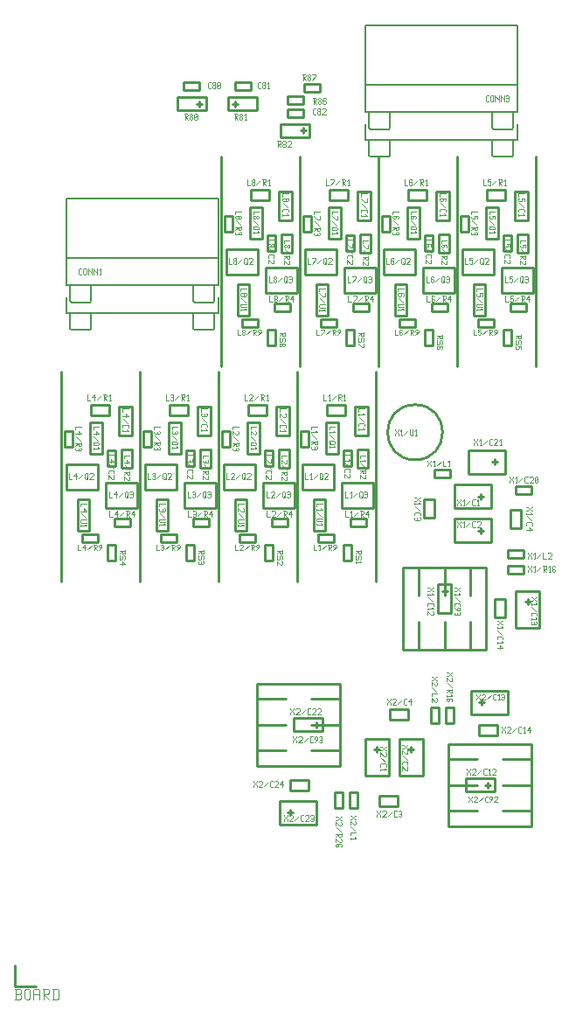
<source format=gbr>
G04 start of page 13 for group -4079 idx -4079 *
G04 Title: EPTPREAMPS, topsilk *
G04 Creator: pcb 1.99z *
G04 CreationDate: Fr 20 Jun 2014 11:29:12 GMT UTC *
G04 For: stephan *
G04 Format: Gerber/RS-274X *
G04 PCB-Dimensions (mil): 2952.76 4724.41 *
G04 PCB-Coordinate-Origin: lower left *
%MOIN*%
%FSLAX25Y25*%
%LNTOPSILK*%
%ADD214C,0.0032*%
%ADD213C,0.0040*%
%ADD212C,0.0080*%
%ADD211C,0.0100*%
%ADD210C,0.0098*%
%ADD209C,0.0098*%
G54D209*X118000Y355441D02*Y275441D01*
X57000Y273441D02*Y193441D01*
X87000Y273441D02*Y193441D01*
X117000Y273441D02*Y193441D01*
X238000Y355441D02*Y275441D01*
X208000Y355441D02*Y275441D01*
X148000Y355441D02*Y275441D01*
X178000Y355441D02*Y275441D01*
X147000Y273441D02*Y193441D01*
X177000Y273441D02*Y193441D01*
X39370Y39371D02*Y47245D01*
Y39371D02*X47244D01*
G54D210*X144000Y243941D02*Y236941D01*
X140000D02*X144000D01*
X140000Y243941D02*Y236941D01*
Y243941D02*X144000D01*
G54D209*X131752Y123193D02*X163248D01*
X131752Y154689D02*Y123193D01*
Y154689D02*X163248D01*
Y123193D01*
X152421Y138941D02*X163248D01*
X152421Y129098D02*X163248D01*
X152421Y148783D02*X163248D01*
X131752Y138941D02*X142579D01*
X131752Y129098D02*X142579D01*
X131752Y148783D02*X142579D01*
G54D211*X112250Y378191D02*Y373191D01*
X101250Y378191D02*X112250D01*
X101250D02*Y373191D01*
X112250D01*
X108750Y375691D02*X110750D01*
X109750Y376691D02*Y374691D01*
X148500Y250941D02*Y244941D01*
Y250941D02*X151500D01*
Y244941D01*
X148500D02*X151500D01*
X158200Y242241D02*X162600D01*
X158200Y254241D02*Y242241D01*
X162600Y254141D02*Y242341D01*
X158200Y254241D02*X162500D01*
G54D210*X158250Y256941D02*X165250D01*
X158250Y260941D02*Y256941D01*
Y260941D02*X165250D01*
Y256941D01*
G54D211*X137750Y207691D02*Y201691D01*
X134750D02*X137750D01*
X134750Y207691D02*Y201691D01*
Y207691D02*X137750D01*
X107750D02*Y201691D01*
X104750D02*X107750D01*
X104750Y207691D02*Y201691D01*
Y207691D02*X107750D01*
X77750D02*Y201691D01*
X74750D02*X77750D01*
X74750Y207691D02*Y201691D01*
Y207691D02*X77750D01*
G54D209*X192000Y260941D02*G75*G03X192000Y260941I0J-10500D01*G01*
G54D211*X146000Y231191D02*Y221691D01*
X134000D02*X146000D01*
X134000Y231191D02*X146000D01*
X134000D02*Y221691D01*
X119000Y238191D02*Y228691D01*
Y238191D02*X131000D01*
X119000Y228691D02*X131000D01*
Y238191D02*Y228691D01*
X137250Y214441D02*X143250D01*
X137250Y217441D02*Y214441D01*
Y217441D02*X143250D01*
Y214441D01*
X125000Y211691D02*X131000D01*
Y208691D01*
X125000D02*X131000D01*
X125000Y211691D02*Y208691D01*
X123300Y213041D02*X127700D01*
X123300Y225041D02*Y213041D01*
X127700Y224941D02*Y213141D01*
X123300Y225041D02*X127600D01*
X118500Y250941D02*Y244941D01*
Y250941D02*X121500D01*
Y244941D01*
X118500D02*X121500D01*
X128200Y242241D02*X132600D01*
X128200Y254241D02*Y242241D01*
X132600Y254141D02*Y242341D01*
X128200Y254241D02*X132500D01*
G54D210*X128250Y256941D02*X135250D01*
X128250Y260941D02*Y256941D01*
Y260941D02*X135250D01*
Y256941D01*
G54D211*X139000Y260191D02*X144000D01*
X139000D02*Y249191D01*
X144000D01*
Y260191D02*Y249191D01*
X137750Y243441D02*Y237441D01*
X134750D02*X137750D01*
X134750Y243441D02*Y237441D01*
Y243441D02*X137750D01*
X176000Y231191D02*Y221691D01*
X164000D02*X176000D01*
X164000Y231191D02*X176000D01*
X164000D02*Y221691D01*
X167250Y214441D02*X173250D01*
X167250Y217441D02*Y214441D01*
Y217441D02*X173250D01*
Y214441D01*
X155000Y211691D02*X161000D01*
Y208691D01*
X155000D02*X161000D01*
X155000Y211691D02*Y208691D01*
X153300Y213041D02*X157700D01*
X153300Y225041D02*Y213041D01*
X157700Y224941D02*Y213141D01*
X153300Y225041D02*X157600D01*
X149000Y238191D02*Y228691D01*
Y238191D02*X161000D01*
X149000Y228691D02*X161000D01*
Y238191D02*Y228691D01*
X167750Y207691D02*Y201691D01*
X164750D02*X167750D01*
X164750Y207691D02*Y201691D01*
Y207691D02*X167750D01*
X143250Y378441D02*X149250D01*
Y375441D01*
X143250D02*X149250D01*
X143250Y378441D02*Y375441D01*
X149750Y380191D02*X155750D01*
X149750Y383191D02*Y380191D01*
Y383191D02*X155750D01*
Y380191D01*
G54D212*X173000Y405441D02*Y372441D01*
Y382941D02*X231000D01*
Y405441D02*Y372441D01*
X173000Y405441D02*X231000D01*
X173000Y372441D02*X231000D01*
X173000Y361941D02*X231000D01*
X174500Y372441D02*Y366441D01*
X175000Y365941D01*
X182000D01*
X182500Y366441D01*
Y372441D02*Y366441D01*
X221500Y372441D02*Y366441D01*
X222000Y365941D01*
X229000D01*
X229500Y366441D01*
Y372441D02*Y366441D01*
X221500Y361941D02*Y355941D01*
X222000Y355441D01*
X229000D01*
X229500Y355941D01*
Y361941D02*Y355941D01*
X174500Y361941D02*Y355941D01*
X175000Y355441D01*
X182000D01*
X182500Y355941D01*
Y361941D02*Y355941D01*
X173000Y367941D02*Y361941D01*
X231000Y367941D02*Y361941D01*
G54D211*X120750Y378191D02*Y373191D01*
X131750D01*
Y378191D01*
X120750D01*
X122250Y375691D02*X124250D01*
X123250Y376691D02*Y374691D01*
Y383941D02*X129250D01*
Y380941D01*
X123250D01*
Y383941D01*
X103750Y380941D02*X109750D01*
X103750Y383941D02*Y380941D01*
Y383941D02*X109750D01*
Y380941D01*
X156750Y141441D02*Y136441D01*
X145750Y141441D02*X156750D01*
X145750D02*Y136441D01*
X156750D01*
X153250Y138941D02*X155250D01*
X154250Y139941D02*Y137941D01*
X222250Y118441D02*Y113441D01*
X211250Y118441D02*X222250D01*
X211250D02*Y113441D01*
X222250D01*
X218750Y115941D02*X220750D01*
X219750Y116941D02*Y114941D01*
X161250Y113191D02*Y107191D01*
Y113191D02*X164250D01*
Y107191D01*
X161250D02*X164250D01*
G54D210*X144500Y113941D02*X151500D01*
X144500Y117941D02*Y113941D01*
Y117941D02*X151500D01*
Y113941D01*
G54D211*X206750Y145691D02*Y139691D01*
X203750D02*X206750D01*
X203750Y145691D02*Y139691D01*
Y145691D02*X206750D01*
X170000Y113191D02*Y107191D01*
X167000D02*X170000D01*
X167000Y113191D02*Y107191D01*
Y113191D02*X170000D01*
G54D210*X178500Y111941D02*X185500D01*
Y107941D01*
X178500D02*X185500D01*
X178500Y111941D02*Y107941D01*
G54D211*X201000Y145691D02*Y139691D01*
X198000D02*X201000D01*
X198000Y145691D02*Y139691D01*
Y145691D02*X201000D01*
G54D210*X182500Y140941D02*X189500D01*
X182500Y144941D02*Y140941D01*
Y144941D02*X189500D01*
Y140941D01*
X216500Y138941D02*X223500D01*
Y134941D01*
X216500D02*X223500D01*
X216500Y138941D02*Y134941D01*
G54D211*X213500Y151941D02*Y142941D01*
X227500D01*
Y151941D02*Y142941D01*
X213500Y151941D02*X227500D01*
X216500Y147441D02*X218500D01*
X217500Y148441D02*Y146441D01*
X140500Y109941D02*Y100941D01*
X154500D01*
Y109941D02*Y100941D01*
X140500Y109941D02*X154500D01*
X143500Y105441D02*X145500D01*
X144500Y106441D02*Y104441D01*
X221000Y230441D02*Y221441D01*
X207000Y230441D02*X221000D01*
X207000D02*Y221441D01*
X221000D01*
X216000Y225941D02*X218000D01*
X217000Y226941D02*Y224941D01*
X221000Y217441D02*Y208441D01*
X207000Y217441D02*X221000D01*
X207000D02*Y208441D01*
X221000D01*
X216000Y212941D02*X218000D01*
X217000Y213941D02*Y211941D01*
G54D210*X199500Y224941D02*Y217941D01*
X195500D02*X199500D01*
X195500Y224941D02*Y217941D01*
Y224941D02*X199500D01*
X228500Y220941D02*Y213941D01*
Y220941D02*X232500D01*
Y213941D01*
X228500D02*X232500D01*
G54D211*X227250Y196691D02*X233250D01*
X227250Y199691D02*Y196691D01*
Y199691D02*X233250D01*
Y196691D01*
G54D210*X226500Y186941D02*Y179941D01*
X222500D02*X226500D01*
X222500Y186941D02*Y179941D01*
Y186941D02*X226500D01*
G54D211*Y243691D02*Y234691D01*
X212500Y243691D02*X226500D01*
X212500D02*Y234691D01*
X226500D01*
X221500Y239191D02*X223500D01*
X222500Y240191D02*Y238191D01*
X230500Y189941D02*X239500D01*
X230500D02*Y175941D01*
X239500D01*
Y189941D02*Y175941D01*
X235000Y186941D02*Y184941D01*
X234000Y185941D02*X236000D01*
X230500Y226941D02*X236500D01*
X230500Y229941D02*Y226941D01*
Y229941D02*X236500D01*
Y226941D01*
X199500Y233191D02*X205500D01*
X199500Y236191D02*Y233191D01*
Y236191D02*X205500D01*
Y233191D01*
X227250Y202441D02*X233250D01*
X227250Y205441D02*Y202441D01*
Y205441D02*X233250D01*
Y202441D01*
X200750Y192441D02*X205750D01*
X200750D02*Y181441D01*
X205750D01*
Y192441D02*Y181441D01*
X203250Y190941D02*Y188941D01*
X202250Y189941D02*X204250D01*
G54D210*X174000Y243941D02*Y236941D01*
X170000D02*X174000D01*
X170000Y243941D02*Y236941D01*
Y243941D02*X174000D01*
G54D211*X167750Y243441D02*Y237441D01*
X164750D02*X167750D01*
X164750Y243441D02*Y237441D01*
Y243441D02*X167750D01*
X169000Y260191D02*X174000D01*
X169000D02*Y249191D01*
X174000D01*
Y260191D02*Y249191D01*
X228750Y289691D02*Y283691D01*
X225750D02*X228750D01*
X225750Y289691D02*Y283691D01*
Y289691D02*X228750D01*
X198750D02*Y283691D01*
X195750D02*X198750D01*
X195750Y289691D02*Y283691D01*
Y289691D02*X198750D01*
X168750D02*Y283691D01*
X165750D02*X168750D01*
X165750Y289691D02*Y283691D01*
Y289691D02*X168750D01*
X173000Y133441D02*X182000D01*
X173000D02*Y119441D01*
X182000D01*
Y133441D02*Y119441D01*
X177500Y130441D02*Y128441D01*
X176500Y129441D02*X178500D01*
X186000Y133441D02*X195000D01*
X186000D02*Y119441D01*
X195000D01*
Y133441D02*Y119441D01*
X190500Y130441D02*Y128441D01*
X189500Y129441D02*X191500D01*
G54D209*X218998Y198939D02*Y167443D01*
X187502D02*X218998D01*
X187502Y198939D02*Y167443D01*
Y198939D02*X218998D01*
X203250D02*Y188112D01*
X213093Y198939D02*Y188112D01*
X193407Y198939D02*Y188112D01*
X203250Y178270D02*Y167443D01*
X213093Y178270D02*Y167443D01*
X193407Y178270D02*Y167443D01*
X204752Y131689D02*X236248D01*
Y100193D01*
X204752D01*
Y131689D01*
X215579Y115941D02*X204752D01*
X215579Y125783D02*X204752D01*
X215579Y106098D02*X204752D01*
X225421Y115941D02*X236248D01*
X225421Y125783D02*X236248D01*
X225421Y106098D02*X236248D01*
G54D211*X151750Y367941D02*Y362941D01*
X140750Y367941D02*X151750D01*
X140750D02*Y362941D01*
X151750D01*
X148250Y365441D02*X150250D01*
X149250Y366441D02*Y364441D01*
X143250Y370691D02*X149250D01*
X143250Y373691D02*Y370691D01*
Y373691D02*X149250D01*
Y370691D01*
X149500Y332941D02*Y326941D01*
Y332941D02*X152500D01*
Y326941D01*
X149500D02*X152500D01*
X140000Y342191D02*X145000D01*
X140000D02*Y331191D01*
X145000D01*
Y342191D02*Y331191D01*
G54D210*X129250Y338941D02*X136250D01*
X129250Y342941D02*Y338941D01*
Y342941D02*X136250D01*
Y338941D01*
G54D211*X129200Y324241D02*X133600D01*
X129200Y336241D02*Y324241D01*
X133600Y336141D02*Y324341D01*
X129200Y336241D02*X133500D01*
X119500Y332941D02*Y326941D01*
Y332941D02*X122500D01*
Y326941D01*
X119500D02*X122500D01*
X120000Y320191D02*Y310691D01*
Y320191D02*X132000D01*
X120000Y310691D02*X132000D01*
Y320191D02*Y310691D01*
X124300Y295041D02*X128700D01*
X124300Y307041D02*Y295041D01*
X128700Y306941D02*Y295141D01*
X124300Y307041D02*X128600D01*
X126000Y293691D02*X132000D01*
Y290691D01*
X126000D02*X132000D01*
X126000Y293691D02*Y290691D01*
X138250Y296441D02*X144250D01*
X138250Y299441D02*Y296441D01*
Y299441D02*X144250D01*
Y296441D01*
X138750Y289691D02*Y283691D01*
X135750D02*X138750D01*
X135750Y289691D02*Y283691D01*
Y289691D02*X138750D01*
X147000Y313191D02*Y303691D01*
X135000D02*X147000D01*
X135000Y313191D02*X147000D01*
X135000D02*Y303691D01*
X230000Y342191D02*X235000D01*
X230000D02*Y331191D01*
X235000D01*
Y342191D02*Y331191D01*
X228750Y325441D02*Y319441D01*
X225750D02*X228750D01*
X225750Y325441D02*Y319441D01*
Y325441D02*X228750D01*
G54D210*X235000Y325941D02*Y318941D01*
X231000D02*X235000D01*
X231000Y325941D02*Y318941D01*
Y325941D02*X235000D01*
G54D211*X214300Y295041D02*X218700D01*
X214300Y307041D02*Y295041D01*
X218700Y306941D02*Y295141D01*
X214300Y307041D02*X218600D01*
X216000Y293691D02*X222000D01*
Y290691D01*
X216000D02*X222000D01*
X216000Y293691D02*Y290691D01*
G54D210*X219250Y338941D02*X226250D01*
X219250Y342941D02*Y338941D01*
Y342941D02*X226250D01*
Y338941D01*
X189250D02*X196250D01*
X189250Y342941D02*Y338941D01*
Y342941D02*X196250D01*
Y338941D01*
G54D211*X219200Y324241D02*X223600D01*
X219200Y336241D02*Y324241D01*
X223600Y336141D02*Y324341D01*
X219200Y336241D02*X223500D01*
X189200Y324241D02*X193600D01*
X189200Y336241D02*Y324241D01*
X193600Y336141D02*Y324341D01*
X189200Y336241D02*X193500D01*
X179500Y332941D02*Y326941D01*
Y332941D02*X182500D01*
Y326941D01*
X179500D02*X182500D01*
X209500Y332941D02*Y326941D01*
Y332941D02*X212500D01*
Y326941D01*
X209500D02*X212500D01*
X200000Y342191D02*X205000D01*
X200000D02*Y331191D01*
X205000D01*
Y342191D02*Y331191D01*
X228250Y296441D02*X234250D01*
X228250Y299441D02*Y296441D01*
Y299441D02*X234250D01*
Y296441D01*
X210000Y320191D02*Y310691D01*
Y320191D02*X222000D01*
X210000Y310691D02*X222000D01*
Y320191D02*Y310691D01*
X237000Y313191D02*Y303691D01*
X225000D02*X237000D01*
X225000Y313191D02*X237000D01*
X225000D02*Y303691D01*
X198750Y325441D02*Y319441D01*
X195750D02*X198750D01*
X195750Y325441D02*Y319441D01*
Y325441D02*X198750D01*
G54D210*X205000Y325941D02*Y318941D01*
X201000D02*X205000D01*
X201000Y325941D02*Y318941D01*
Y325941D02*X205000D01*
G54D211*X184300Y295041D02*X188700D01*
X184300Y307041D02*Y295041D01*
X188700Y306941D02*Y295141D01*
X184300Y307041D02*X188600D01*
X186000Y293691D02*X192000D01*
Y290691D01*
X186000D02*X192000D01*
X186000Y293691D02*Y290691D01*
X198250Y296441D02*X204250D01*
X198250Y299441D02*Y296441D01*
Y299441D02*X204250D01*
Y296441D01*
X180000Y320191D02*Y310691D01*
Y320191D02*X192000D01*
X180000Y310691D02*X192000D01*
Y320191D02*Y310691D01*
X207000Y313191D02*Y303691D01*
X195000D02*X207000D01*
X195000Y313191D02*X207000D01*
X195000D02*Y303691D01*
X170000Y342191D02*X175000D01*
X170000D02*Y331191D01*
X175000D01*
Y342191D02*Y331191D01*
X168750Y325441D02*Y319441D01*
X165750D02*X168750D01*
X165750Y325441D02*Y319441D01*
Y325441D02*X168750D01*
G54D210*X175000Y325941D02*Y318941D01*
X171000D02*X175000D01*
X171000Y325941D02*Y318941D01*
Y325941D02*X175000D01*
X159250Y338941D02*X166250D01*
X159250Y342941D02*Y338941D01*
Y342941D02*X166250D01*
Y338941D01*
G54D211*X159200Y324241D02*X163600D01*
X159200Y336241D02*Y324241D01*
X163600Y336141D02*Y324341D01*
X159200Y336241D02*X163500D01*
X154300Y295041D02*X158700D01*
X154300Y307041D02*Y295041D01*
X158700Y306941D02*Y295141D01*
X154300Y307041D02*X158600D01*
X156000Y293691D02*X162000D01*
Y290691D01*
X156000D02*X162000D01*
X156000Y293691D02*Y290691D01*
X168250Y296441D02*X174250D01*
X168250Y299441D02*Y296441D01*
Y299441D02*X174250D01*
Y296441D01*
X150000Y320191D02*Y310691D01*
Y320191D02*X162000D01*
X150000Y310691D02*X162000D01*
Y320191D02*Y310691D01*
X177000Y313191D02*Y303691D01*
X165000D02*X177000D01*
X165000Y313191D02*X177000D01*
X165000D02*Y303691D01*
X138750Y325441D02*Y319441D01*
X135750D02*X138750D01*
X135750Y325441D02*Y319441D01*
Y325441D02*X138750D01*
G54D210*X145000Y325941D02*Y318941D01*
X141000D02*X145000D01*
X141000Y325941D02*Y318941D01*
Y325941D02*X145000D01*
G54D212*X59000Y339441D02*Y306441D01*
Y316941D02*X117000D01*
Y339441D02*Y306441D01*
X59000Y339441D02*X117000D01*
X59000Y306441D02*X117000D01*
X59000Y295941D02*X117000D01*
X60500Y306441D02*Y300441D01*
X61000Y299941D01*
X68000D01*
X68500Y300441D01*
Y306441D02*Y300441D01*
X107500Y306441D02*Y300441D01*
X108000Y299941D01*
X115000D01*
X115500Y300441D01*
Y306441D02*Y300441D01*
X107500Y295941D02*Y289941D01*
X108000Y289441D01*
X115000D01*
X115500Y289941D01*
Y295941D02*Y289941D01*
X60500Y295941D02*Y289941D01*
X61000Y289441D01*
X68000D01*
X68500Y289941D01*
Y295941D02*Y289941D01*
X59000Y301941D02*Y295941D01*
X117000Y301941D02*Y295941D01*
G54D211*X59000Y238191D02*Y228691D01*
Y238191D02*X71000D01*
X59000Y228691D02*X71000D01*
Y238191D02*Y228691D01*
X63300Y213041D02*X67700D01*
X63300Y225041D02*Y213041D01*
X67700Y224941D02*Y213141D01*
X63300Y225041D02*X67600D01*
X86000Y231191D02*Y221691D01*
X74000D02*X86000D01*
X74000Y231191D02*X86000D01*
X74000D02*Y221691D01*
X77250Y214441D02*X83250D01*
X77250Y217441D02*Y214441D01*
Y217441D02*X83250D01*
Y214441D01*
X65000Y211691D02*X71000D01*
Y208691D01*
X65000D02*X71000D01*
X65000Y211691D02*Y208691D01*
X58500Y250941D02*Y244941D01*
Y250941D02*X61500D01*
Y244941D01*
X58500D02*X61500D01*
X68200Y242241D02*X72600D01*
X68200Y254241D02*Y242241D01*
X72600Y254141D02*Y242341D01*
X68200Y254241D02*X72500D01*
G54D210*X68250Y256941D02*X75250D01*
X68250Y260941D02*Y256941D01*
Y260941D02*X75250D01*
Y256941D01*
X84000Y243941D02*Y236941D01*
X80000D02*X84000D01*
X80000Y243941D02*Y236941D01*
Y243941D02*X84000D01*
G54D211*X77750Y243441D02*Y237441D01*
X74750D02*X77750D01*
X74750Y243441D02*Y237441D01*
Y243441D02*X77750D01*
X79000Y260191D02*X84000D01*
X79000D02*Y249191D01*
X84000D01*
Y260191D02*Y249191D01*
X116000Y231191D02*Y221691D01*
X104000D02*X116000D01*
X104000Y231191D02*X116000D01*
X104000D02*Y221691D01*
X89000Y238191D02*Y228691D01*
Y238191D02*X101000D01*
X89000Y228691D02*X101000D01*
Y238191D02*Y228691D01*
X107250Y214441D02*X113250D01*
X107250Y217441D02*Y214441D01*
Y217441D02*X113250D01*
Y214441D01*
X95000Y211691D02*X101000D01*
Y208691D01*
X95000D02*X101000D01*
X95000Y211691D02*Y208691D01*
X93300Y213041D02*X97700D01*
X93300Y225041D02*Y213041D01*
X97700Y224941D02*Y213141D01*
X93300Y225041D02*X97600D01*
X88500Y250941D02*Y244941D01*
Y250941D02*X91500D01*
Y244941D01*
X88500D02*X91500D01*
X98200Y242241D02*X102600D01*
X98200Y254241D02*Y242241D01*
X102600Y254141D02*Y242341D01*
X98200Y254241D02*X102500D01*
G54D210*X98250Y256941D02*X105250D01*
X98250Y260941D02*Y256941D01*
Y260941D02*X105250D01*
Y256941D01*
X114000Y243941D02*Y236941D01*
X110000D02*X114000D01*
X110000Y243941D02*Y236941D01*
Y243941D02*X114000D01*
G54D211*X107750Y243441D02*Y237441D01*
X104750D02*X107750D01*
X104750Y243441D02*Y237441D01*
Y243441D02*X107750D01*
X109000Y260191D02*X114000D01*
X109000D02*Y249191D01*
X114000D01*
Y260191D02*Y249191D01*
G54D213*X39370Y34371D02*X41370D01*
X41870Y34871D01*
Y35871D02*Y34871D01*
X41370Y36371D02*X41870Y35871D01*
X39870Y36371D02*X41370D01*
X39870Y38371D02*Y34371D01*
X39370Y38371D02*X41370D01*
X41870Y37871D01*
Y36871D01*
X41370Y36371D02*X41870Y36871D01*
X43070Y37871D02*Y34871D01*
Y37871D02*X43570Y38371D01*
X44570D01*
X45070Y37871D01*
Y34871D01*
X44570Y34371D02*X45070Y34871D01*
X43570Y34371D02*X44570D01*
X43070Y34871D02*X43570Y34371D01*
X46270Y37871D02*Y34371D01*
Y37871D02*X46770Y38371D01*
X48270D01*
X48770Y37871D01*
Y34371D01*
X46270Y36371D02*X48770D01*
X49970Y38371D02*X51970D01*
X52470Y37871D01*
Y36871D01*
X51970Y36371D02*X52470Y36871D01*
X50470Y36371D02*X51970D01*
X50470Y38371D02*Y34371D01*
Y36371D02*X52470Y34371D01*
X54170Y38371D02*Y34371D01*
X55670Y38371D02*X56170Y37871D01*
Y34871D01*
X55670Y34371D02*X56170Y34871D01*
X53670Y34371D02*X55670D01*
X53670Y38371D02*X55670D01*
G54D214*X145500Y134391D02*Y134116D01*
X146875Y132741D01*
Y132191D01*
X145500Y132741D02*Y132191D01*
Y132741D02*X146875Y134116D01*
Y134391D02*Y134116D01*
X147535D02*X147810Y134391D01*
X148635D01*
X148910Y134116D01*
Y133566D01*
X147535Y132191D02*X148910Y133566D01*
X147535Y132191D02*X148910D01*
X149570Y132466D02*X151220Y134116D01*
X152155Y132191D02*X152980D01*
X151880Y132466D02*X152155Y132191D01*
X151880Y134116D02*Y132466D01*
Y134116D02*X152155Y134391D01*
X152980D01*
X153640Y132191D02*X154740Y133291D01*
Y134116D02*Y133291D01*
X154465Y134391D02*X154740Y134116D01*
X153915Y134391D02*X154465D01*
X153640Y134116D02*X153915Y134391D01*
X153640Y134116D02*Y133566D01*
X153915Y133291D01*
X154740D01*
X155400Y134116D02*X155675Y134391D01*
X156225D01*
X156500Y134116D01*
Y132466D01*
X156225Y132191D02*X156500Y132466D01*
X155675Y132191D02*X156225D01*
X155400Y132466D02*X155675Y132191D01*
Y133291D02*X156500D01*
X130250Y117391D02*Y117116D01*
X131625Y115741D01*
Y115191D01*
X130250Y115741D02*Y115191D01*
Y115741D02*X131625Y117116D01*
Y117391D02*Y117116D01*
X132285D02*X132560Y117391D01*
X133385D01*
X133660Y117116D01*
Y116566D01*
X132285Y115191D02*X133660Y116566D01*
X132285Y115191D02*X133660D01*
X134320Y115466D02*X135970Y117116D01*
X136905Y115191D02*X137730D01*
X136630Y115466D02*X136905Y115191D01*
X136630Y117116D02*Y115466D01*
Y117116D02*X136905Y117391D01*
X137730D01*
X138390Y117116D02*X138665Y117391D01*
X139490D01*
X139765Y117116D01*
Y116566D01*
X138390Y115191D02*X139765Y116566D01*
X138390Y115191D02*X139765D01*
X140425Y116291D02*X141525Y117391D01*
X140425Y116291D02*X141800D01*
X141525Y117391D02*Y115191D01*
X144500Y145141D02*Y144866D01*
X145875Y143491D01*
Y142941D01*
X144500Y143491D02*Y142941D01*
Y143491D02*X145875Y144866D01*
Y145141D02*Y144866D01*
X146535D02*X146810Y145141D01*
X147635D01*
X147910Y144866D01*
Y144316D01*
X146535Y142941D02*X147910Y144316D01*
X146535Y142941D02*X147910D01*
X148570Y143216D02*X150220Y144866D01*
X151155Y142941D02*X151980D01*
X150880Y143216D02*X151155Y142941D01*
X150880Y144866D02*Y143216D01*
Y144866D02*X151155Y145141D01*
X151980D01*
X152640Y144866D02*X152915Y145141D01*
X153740D01*
X154015Y144866D01*
Y144316D01*
X152640Y142941D02*X154015Y144316D01*
X152640Y142941D02*X154015D01*
X154675Y144866D02*X154950Y145141D01*
X155775D01*
X156050Y144866D01*
Y144316D01*
X154675Y142941D02*X156050Y144316D01*
X154675Y142941D02*X156050D01*
X142000Y104391D02*Y104116D01*
X143375Y102741D01*
Y102191D01*
X142000Y102741D02*Y102191D01*
Y102741D02*X143375Y104116D01*
Y104391D02*Y104116D01*
X144035D02*X144310Y104391D01*
X145135D01*
X145410Y104116D01*
Y103566D01*
X144035Y102191D02*X145410Y103566D01*
X144035Y102191D02*X145410D01*
X146070Y102466D02*X147720Y104116D01*
X148655Y102191D02*X149480D01*
X148380Y102466D02*X148655Y102191D01*
X148380Y104116D02*Y102466D01*
Y104116D02*X148655Y104391D01*
X149480D01*
X150140Y104116D02*X150415Y104391D01*
X151240D01*
X151515Y104116D01*
Y103566D01*
X150140Y102191D02*X151515Y103566D01*
X150140Y102191D02*X151515D01*
X152175Y104116D02*X152450Y104391D01*
X153000D01*
X153275Y104116D01*
Y102466D01*
X153000Y102191D02*X153275Y102466D01*
X152450Y102191D02*X153000D01*
X152175Y102466D02*X152450Y102191D01*
Y103291D02*X153275D01*
X163675Y103941D02*X163950D01*
X163675D02*X162300Y102566D01*
X161750D02*X162300D01*
X161750Y103941D02*X162300D01*
X163675Y102566D01*
X163950D01*
X163675Y101906D02*X163950Y101631D01*
Y100806D01*
X163675Y100531D01*
X163125D02*X163675D01*
X161750Y101906D02*X163125Y100531D01*
X161750Y101906D02*Y100531D01*
X162025Y99871D02*X163675Y98221D01*
X163950Y97561D02*Y96461D01*
X163675Y96186D01*
X163125D02*X163675D01*
X162850Y96461D02*X163125Y96186D01*
X162850Y97286D02*Y96461D01*
X161750Y97286D02*X163950D01*
X162850D02*X161750Y96186D01*
X163675Y95526D02*X163950Y95251D01*
Y94426D01*
X163675Y94151D01*
X163125D02*X163675D01*
X161750Y95526D02*X163125Y94151D01*
X161750Y95526D02*Y94151D01*
X163950Y92666D02*X163675Y92391D01*
X163950Y93216D02*Y92666D01*
X163675Y93491D02*X163950Y93216D01*
X162025Y93491D02*X163675D01*
X162025D02*X161750Y93216D01*
X162850Y92666D02*X162575Y92391D01*
X162850Y93491D02*Y92666D01*
X161750Y93216D02*Y92666D01*
X162025Y92391D01*
X162575D01*
X169175Y104191D02*X169450D01*
X169175D02*X167800Y102816D01*
X167250D02*X167800D01*
X167250Y104191D02*X167800D01*
X169175Y102816D01*
X169450D01*
X169175Y102156D02*X169450Y101881D01*
Y101056D01*
X169175Y100781D01*
X168625D02*X169175D01*
X167250Y102156D02*X168625Y100781D01*
X167250Y102156D02*Y100781D01*
X167525Y100121D02*X169175Y98471D01*
X167250Y97811D02*X169450D01*
X167250D02*Y96711D01*
Y95776D02*Y95226D01*
Y95501D02*X169450D01*
X168900Y96051D02*X169450Y95501D01*
X212250Y111641D02*Y111366D01*
X213625Y109991D01*
Y109441D01*
X212250Y109991D02*Y109441D01*
Y109991D02*X213625Y111366D01*
Y111641D02*Y111366D01*
X214285D02*X214560Y111641D01*
X215385D01*
X215660Y111366D01*
Y110816D01*
X214285Y109441D02*X215660Y110816D01*
X214285Y109441D02*X215660D01*
X216320Y109716D02*X217970Y111366D01*
X218905Y109441D02*X219730D01*
X218630Y109716D02*X218905Y109441D01*
X218630Y111366D02*Y109716D01*
Y111366D02*X218905Y111641D01*
X219730D01*
X220390Y109441D02*X221490Y110541D01*
Y111366D02*Y110541D01*
X221215Y111641D02*X221490Y111366D01*
X220665Y111641D02*X221215D01*
X220390Y111366D02*X220665Y111641D01*
X220390Y111366D02*Y110816D01*
X220665Y110541D01*
X221490D01*
X222150Y111366D02*X222425Y111641D01*
X223250D01*
X223525Y111366D01*
Y110816D01*
X222150Y109441D02*X223525Y110816D01*
X222150Y109441D02*X223525D01*
X177500Y106141D02*Y105866D01*
X178875Y104491D01*
Y103941D01*
X177500Y104491D02*Y103941D01*
Y104491D02*X178875Y105866D01*
Y106141D02*Y105866D01*
X179535D02*X179810Y106141D01*
X180635D01*
X180910Y105866D01*
Y105316D01*
X179535Y103941D02*X180910Y105316D01*
X179535Y103941D02*X180910D01*
X181570Y104216D02*X183220Y105866D01*
X184155Y103941D02*X184980D01*
X183880Y104216D02*X184155Y103941D01*
X183880Y105866D02*Y104216D01*
Y105866D02*X184155Y106141D01*
X184980D01*
X185640Y105866D02*X185915Y106141D01*
X186465D01*
X186740Y105866D01*
Y104216D01*
X186465Y103941D02*X186740Y104216D01*
X185915Y103941D02*X186465D01*
X185640Y104216D02*X185915Y103941D01*
Y105041D02*X186740D01*
X181250Y148891D02*Y148616D01*
X182625Y147241D01*
Y146691D01*
X181250Y147241D02*Y146691D01*
Y147241D02*X182625Y148616D01*
Y148891D02*Y148616D01*
X183285D02*X183560Y148891D01*
X184385D01*
X184660Y148616D01*
Y148066D01*
X183285Y146691D02*X184660Y148066D01*
X183285Y146691D02*X184660D01*
X185320Y146966D02*X186970Y148616D01*
X187905Y146691D02*X188730D01*
X187630Y146966D02*X187905Y146691D01*
X187630Y148616D02*Y146966D01*
Y148616D02*X187905Y148891D01*
X188730D01*
X189390Y147791D02*X190490Y148891D01*
X189390Y147791D02*X190765D01*
X190490Y148891D02*Y146691D01*
X205925Y158941D02*X206200D01*
X205925D02*X204550Y157566D01*
X204000D02*X204550D01*
X204000Y158941D02*X204550D01*
X205925Y157566D01*
X206200D01*
X205925Y156906D02*X206200Y156631D01*
Y155806D01*
X205925Y155531D01*
X205375D02*X205925D01*
X204000Y156906D02*X205375Y155531D01*
X204000Y156906D02*Y155531D01*
X204275Y154871D02*X205925Y153221D01*
X206200Y152561D02*Y151461D01*
X205925Y151186D01*
X205375D02*X205925D01*
X205100Y151461D02*X205375Y151186D01*
X205100Y152286D02*Y151461D01*
X204000Y152286D02*X206200D01*
X205100D02*X204000Y151186D01*
Y150251D02*Y149701D01*
Y149976D02*X206200D01*
X205650Y150526D02*X206200Y149976D01*
Y148216D02*X205925Y147941D01*
X206200Y148766D02*Y148216D01*
X205925Y149041D02*X206200Y148766D01*
X204275Y149041D02*X205925D01*
X204275D02*X204000Y148766D01*
X205100Y148216D02*X204825Y147941D01*
X205100Y149041D02*Y148216D01*
X204000Y148766D02*Y148216D01*
X204275Y147941D01*
X204825D01*
X200175Y157191D02*X200450D01*
X200175D02*X198800Y155816D01*
X198250D02*X198800D01*
X198250Y157191D02*X198800D01*
X200175Y155816D01*
X200450D01*
X200175Y155156D02*X200450Y154881D01*
Y154056D01*
X200175Y153781D01*
X199625D02*X200175D01*
X198250Y155156D02*X199625Y153781D01*
X198250Y155156D02*Y153781D01*
X198525Y153121D02*X200175Y151471D01*
X198250Y150811D02*X200450D01*
X198250D02*Y149711D01*
X200175Y149051D02*X200450Y148776D01*
Y147951D01*
X200175Y147676D01*
X199625D02*X200175D01*
X198250Y149051D02*X199625Y147676D01*
X198250Y149051D02*Y147676D01*
X215250Y150641D02*Y150366D01*
X216625Y148991D01*
Y148441D01*
X215250Y148991D02*Y148441D01*
Y148991D02*X216625Y150366D01*
Y150641D02*Y150366D01*
X217285D02*X217560Y150641D01*
X218385D01*
X218660Y150366D01*
Y149816D01*
X217285Y148441D02*X218660Y149816D01*
X217285Y148441D02*X218660D01*
X219320Y148716D02*X220970Y150366D01*
X221905Y148441D02*X222730D01*
X221630Y148716D02*X221905Y148441D01*
X221630Y150366D02*Y148716D01*
Y150366D02*X221905Y150641D01*
X222730D01*
X223665Y148441D02*X224215D01*
X223940Y150641D02*Y148441D01*
X223390Y150091D02*X223940Y150641D01*
X224875Y150366D02*X225150Y150641D01*
X225700D01*
X225975Y150366D01*
Y148716D01*
X225700Y148441D02*X225975Y148716D01*
X225150Y148441D02*X225700D01*
X224875Y148716D02*X225150Y148441D01*
Y149541D02*X225975D01*
X225175Y178441D02*X225450D01*
X225175D02*X223800Y177066D01*
X223250D02*X223800D01*
X223250Y178441D02*X223800D01*
X225175Y177066D01*
X225450D01*
X223250Y176131D02*Y175581D01*
Y175856D02*X225450D01*
X224900Y176406D02*X225450Y175856D01*
X223525Y174921D02*X225175Y173271D01*
X223250Y172336D02*Y171511D01*
X223525Y172611D02*X223250Y172336D01*
X223525Y172611D02*X225175D01*
X225450Y172336D01*
Y171511D01*
X223250Y170576D02*Y170026D01*
Y170301D02*X225450D01*
X224900Y170851D02*X225450Y170301D01*
X224350Y169366D02*X225450Y168266D01*
X224350Y169366D02*Y167991D01*
X223250Y168266D02*X225450D01*
X225000Y138141D02*Y137866D01*
X226375Y136491D01*
Y135941D01*
X225000Y136491D02*Y135941D01*
Y136491D02*X226375Y137866D01*
Y138141D02*Y137866D01*
X227035D02*X227310Y138141D01*
X228135D01*
X228410Y137866D01*
Y137316D01*
X227035Y135941D02*X228410Y137316D01*
X227035Y135941D02*X228410D01*
X229070Y136216D02*X230720Y137866D01*
X231655Y135941D02*X232480D01*
X231380Y136216D02*X231655Y135941D01*
X231380Y137866D02*Y136216D01*
Y137866D02*X231655Y138141D01*
X232480D01*
X233415Y135941D02*X233965D01*
X233690Y138141D02*Y135941D01*
X233140Y137591D02*X233690Y138141D01*
X234625Y137041D02*X235725Y138141D01*
X234625Y137041D02*X236000D01*
X235725Y138141D02*Y135941D01*
X211750Y122141D02*Y121866D01*
X213125Y120491D01*
Y119941D01*
X211750Y120491D02*Y119941D01*
Y120491D02*X213125Y121866D01*
Y122141D02*Y121866D01*
X213785D02*X214060Y122141D01*
X214885D01*
X215160Y121866D01*
Y121316D01*
X213785Y119941D02*X215160Y121316D01*
X213785Y119941D02*X215160D01*
X215820Y120216D02*X217470Y121866D01*
X218405Y119941D02*X219230D01*
X218130Y120216D02*X218405Y119941D01*
X218130Y121866D02*Y120216D01*
Y121866D02*X218405Y122141D01*
X219230D01*
X220165Y119941D02*X220715D01*
X220440Y122141D02*Y119941D01*
X219890Y121591D02*X220440Y122141D01*
X221375Y121866D02*X221650Y122141D01*
X222475D01*
X222750Y121866D01*
Y121316D01*
X221375Y119941D02*X222750Y121316D01*
X221375Y119941D02*X222750D01*
X180675Y130441D02*X180950D01*
X180675D02*X179300Y129066D01*
X178750D02*X179300D01*
X178750Y130441D02*X179300D01*
X180675Y129066D01*
X180950D01*
X180675Y128406D02*X180950Y128131D01*
Y127306D01*
X180675Y127031D01*
X180125D02*X180675D01*
X178750Y128406D02*X180125Y127031D01*
X178750Y128406D02*Y127031D01*
X179025Y126371D02*X180675Y124721D01*
X178750Y123786D02*Y122961D01*
X179025Y124061D02*X178750Y123786D01*
X179025Y124061D02*X180675D01*
X180950Y123786D01*
Y122961D01*
X178750Y122026D02*Y121476D01*
Y121751D02*X180950D01*
X180400Y122301D02*X180950Y121751D01*
X188925Y131191D02*X189200D01*
X188925D02*X187550Y129816D01*
X187000D02*X187550D01*
X187000Y131191D02*X187550D01*
X188925Y129816D01*
X189200D01*
X188925Y129156D02*X189200Y128881D01*
Y128056D01*
X188925Y127781D01*
X188375D02*X188925D01*
X187000Y129156D02*X188375Y127781D01*
X187000Y129156D02*Y127781D01*
X187275Y127121D02*X188925Y125471D01*
X187000Y124536D02*Y123711D01*
X187275Y124811D02*X187000Y124536D01*
X187275Y124811D02*X188925D01*
X189200Y124536D01*
Y123711D01*
X188925Y123051D02*X189200Y122776D01*
Y121951D01*
X188925Y121676D01*
X188375D02*X188925D01*
X187000Y123051D02*X188375Y121676D01*
X187000Y123051D02*Y121676D01*
X214500Y247891D02*Y247616D01*
X215875Y246241D01*
Y245691D01*
X214500Y246241D02*Y245691D01*
Y246241D02*X215875Y247616D01*
Y247891D02*Y247616D01*
X216810Y245691D02*X217360D01*
X217085Y247891D02*Y245691D01*
X216535Y247341D02*X217085Y247891D01*
X218020Y245966D02*X219670Y247616D01*
X220605Y245691D02*X221430D01*
X220330Y245966D02*X220605Y245691D01*
X220330Y247616D02*Y245966D01*
Y247616D02*X220605Y247891D01*
X221430D01*
X222090Y247616D02*X222365Y247891D01*
X223190D01*
X223465Y247616D01*
Y247066D01*
X222090Y245691D02*X223465Y247066D01*
X222090Y245691D02*X223465D01*
X224400D02*X224950D01*
X224675Y247891D02*Y245691D01*
X224125Y247341D02*X224675Y247891D01*
X228000Y233391D02*Y233116D01*
X229375Y231741D01*
Y231191D01*
X228000Y231741D02*Y231191D01*
Y231741D02*X229375Y233116D01*
Y233391D02*Y233116D01*
X230310Y231191D02*X230860D01*
X230585Y233391D02*Y231191D01*
X230035Y232841D02*X230585Y233391D01*
X231520Y231466D02*X233170Y233116D01*
X234105Y231191D02*X234930D01*
X233830Y231466D02*X234105Y231191D01*
X233830Y233116D02*Y231466D01*
Y233116D02*X234105Y233391D01*
X234930D01*
X235590Y233116D02*X235865Y233391D01*
X236690D01*
X236965Y233116D01*
Y232566D01*
X235590Y231191D02*X236965Y232566D01*
X235590Y231191D02*X236965D01*
X237625Y231466D02*X237900Y231191D01*
X237625Y233116D02*Y231466D01*
Y233116D02*X237900Y233391D01*
X238450D01*
X238725Y233116D01*
Y231466D01*
X238450Y231191D02*X238725Y231466D01*
X237900Y231191D02*X238450D01*
X237625Y231741D02*X238725Y232841D01*
X208000Y224891D02*Y224616D01*
X209375Y223241D01*
Y222691D01*
X208000Y223241D02*Y222691D01*
Y223241D02*X209375Y224616D01*
Y224891D02*Y224616D01*
X210310Y222691D02*X210860D01*
X210585Y224891D02*Y222691D01*
X210035Y224341D02*X210585Y224891D01*
X211520Y222966D02*X213170Y224616D01*
X214105Y222691D02*X214930D01*
X213830Y222966D02*X214105Y222691D01*
X213830Y224616D02*Y222966D01*
Y224616D02*X214105Y224891D01*
X214930D01*
X215865Y222691D02*X216415D01*
X216140Y224891D02*Y222691D01*
X215590Y224341D02*X216140Y224891D01*
X208000Y216391D02*Y216116D01*
X209375Y214741D01*
Y214191D01*
X208000Y214741D02*Y214191D01*
Y214741D02*X209375Y216116D01*
Y216391D02*Y216116D01*
X210310Y214191D02*X210860D01*
X210585Y216391D02*Y214191D01*
X210035Y215841D02*X210585Y216391D01*
X211520Y214466D02*X213170Y216116D01*
X214105Y214191D02*X214930D01*
X213830Y214466D02*X214105Y214191D01*
X213830Y216116D02*Y214466D01*
Y216116D02*X214105Y216391D01*
X214930D01*
X215590Y216116D02*X215865Y216391D01*
X216690D01*
X216965Y216116D01*
Y215566D01*
X215590Y214191D02*X216965Y215566D01*
X215590Y214191D02*X216965D01*
X208925Y191191D02*X209200D01*
X208925D02*X207550Y189816D01*
X207000D02*X207550D01*
X207000Y191191D02*X207550D01*
X208925Y189816D01*
X209200D01*
X207000Y188881D02*Y188331D01*
Y188606D02*X209200D01*
X208650Y189156D02*X209200Y188606D01*
X207275Y187671D02*X208925Y186021D01*
X207000Y185086D02*Y184261D01*
X207275Y185361D02*X207000Y185086D01*
X207275Y185361D02*X208925D01*
X209200Y185086D01*
Y184261D01*
X207000Y183601D02*X208100Y182501D01*
X208925D01*
X209200Y182776D02*X208925Y182501D01*
X209200Y183326D02*Y182776D01*
X208925Y183601D02*X209200Y183326D01*
X208375Y183601D02*X208925D01*
X208375D02*X208100Y183326D01*
Y182501D01*
X208925Y181841D02*X209200Y181566D01*
Y181016D01*
X208925Y180741D01*
X207275D02*X208925D01*
X207000Y181016D02*X207275Y180741D01*
X207000Y181566D02*Y181016D01*
X207275Y181841D02*X207000Y181566D01*
X208100D02*Y180741D01*
X236425Y221941D02*X236700D01*
X236425D02*X235050Y220566D01*
X234500D02*X235050D01*
X234500Y221941D02*X235050D01*
X236425Y220566D01*
X236700D01*
X234500Y219631D02*Y219081D01*
Y219356D02*X236700D01*
X236150Y219906D02*X236700Y219356D01*
X234775Y218421D02*X236425Y216771D01*
X234500Y215836D02*Y215011D01*
X234775Y216111D02*X234500Y215836D01*
X234775Y216111D02*X236425D01*
X236700Y215836D01*
Y215011D01*
X235600Y214351D02*X236700Y213251D01*
X235600Y214351D02*Y212976D01*
X234500Y213251D02*X236700D01*
X235000Y199391D02*Y199116D01*
X236375Y197741D01*
Y197191D01*
X235000Y197741D02*Y197191D01*
Y197741D02*X236375Y199116D01*
Y199391D02*Y199116D01*
X237310Y197191D02*X237860D01*
X237585Y199391D02*Y197191D01*
X237035Y198841D02*X237585Y199391D01*
X238520Y197466D02*X240170Y199116D01*
X240830Y199391D02*X241930D01*
X242205Y199116D01*
Y198566D01*
X241930Y198291D02*X242205Y198566D01*
X241105Y198291D02*X241930D01*
X241105Y199391D02*Y197191D01*
Y198291D02*X242205Y197191D01*
X243140D02*X243690D01*
X243415Y199391D02*Y197191D01*
X242865Y198841D02*X243415Y199391D01*
X245175D02*X245450Y199116D01*
X244625Y199391D02*X245175D01*
X244350Y199116D02*X244625Y199391D01*
X244350Y199116D02*Y197466D01*
X244625Y197191D01*
X245175Y198291D02*X245450Y198016D01*
X244350Y198291D02*X245175D01*
X244625Y197191D02*X245175D01*
X245450Y197466D01*
Y198016D02*Y197466D01*
X238175Y187441D02*X238450D01*
X238175D02*X236800Y186066D01*
X236250D02*X236800D01*
X236250Y187441D02*X236800D01*
X238175Y186066D01*
X238450D01*
X236250Y185131D02*Y184581D01*
Y184856D02*X238450D01*
X237900Y185406D02*X238450Y184856D01*
X236525Y183921D02*X238175Y182271D01*
X236250Y181336D02*Y180511D01*
X236525Y181611D02*X236250Y181336D01*
X236525Y181611D02*X238175D01*
X238450Y181336D01*
Y180511D01*
X236250Y179576D02*Y179026D01*
Y179301D02*X238450D01*
X237900Y179851D02*X238450Y179301D01*
X238175Y178366D02*X238450Y178091D01*
Y177541D01*
X238175Y177266D01*
X236525D02*X238175D01*
X236250Y177541D02*X236525Y177266D01*
X236250Y178091D02*Y177541D01*
X236525Y178366D02*X236250Y178091D01*
X237350D02*Y177266D01*
X235000Y204391D02*Y204116D01*
X236375Y202741D01*
Y202191D01*
X235000Y202741D02*Y202191D01*
Y202741D02*X236375Y204116D01*
Y204391D02*Y204116D01*
X237310Y202191D02*X237860D01*
X237585Y204391D02*Y202191D01*
X237035Y203841D02*X237585Y204391D01*
X238520Y202466D02*X240170Y204116D01*
X240830Y204391D02*Y202191D01*
X241930D01*
X242590Y204116D02*X242865Y204391D01*
X243690D01*
X243965Y204116D01*
Y203566D01*
X242590Y202191D02*X243965Y203566D01*
X242590Y202191D02*X243965D01*
X198675Y191191D02*X198950D01*
X198675D02*X197300Y189816D01*
X196750D02*X197300D01*
X196750Y191191D02*X197300D01*
X198675Y189816D01*
X198950D01*
X196750Y188881D02*Y188331D01*
Y188606D02*X198950D01*
X198400Y189156D02*X198950Y188606D01*
X197025Y187671D02*X198675Y186021D01*
X196750Y185086D02*Y184261D01*
X197025Y185361D02*X196750Y185086D01*
X197025Y185361D02*X198675D01*
X198950Y185086D01*
Y184261D01*
X196750Y183326D02*Y182776D01*
Y183051D02*X198950D01*
X198400Y183601D02*X198950Y183051D01*
X198675Y182116D02*X198950Y181841D01*
Y181016D01*
X198675Y180741D01*
X198125D02*X198675D01*
X196750Y182116D02*X198125Y180741D01*
X196750Y182116D02*Y180741D01*
X184250Y289641D02*Y287441D01*
X185350D01*
X186835Y289641D02*X187110Y289366D01*
X186285Y289641D02*X186835D01*
X186010Y289366D02*X186285Y289641D01*
X186010Y289366D02*Y287716D01*
X186285Y287441D01*
X186835Y288541D02*X187110Y288266D01*
X186010Y288541D02*X186835D01*
X186285Y287441D02*X186835D01*
X187110Y287716D01*
Y288266D02*Y287716D01*
X187770D02*X189420Y289366D01*
X190080Y289641D02*X191180D01*
X191455Y289366D01*
Y288816D01*
X191180Y288541D02*X191455Y288816D01*
X190355Y288541D02*X191180D01*
X190355Y289641D02*Y287441D01*
Y288541D02*X191455Y287441D01*
X192115D02*X193215Y288541D01*
Y289366D02*Y288541D01*
X192940Y289641D02*X193215Y289366D01*
X192390Y289641D02*X192940D01*
X192115Y289366D02*X192390Y289641D01*
X192115Y289366D02*Y288816D01*
X192390Y288541D01*
X193215D01*
X202450Y287441D02*Y286341D01*
X202175Y286066D01*
X201625D02*X202175D01*
X201350Y286341D02*X201625Y286066D01*
X201350Y287166D02*Y286341D01*
X200250Y287166D02*X202450D01*
X201350D02*X200250Y286066D01*
X202450Y284306D02*X202175Y284031D01*
X202450Y285131D02*Y284306D01*
X202175Y285406D02*X202450Y285131D01*
X201625Y285406D02*X202175D01*
X201625D02*X201350Y285131D01*
Y284306D01*
X201075Y284031D01*
X200525D02*X201075D01*
X200250Y284306D02*X200525Y284031D01*
X200250Y285131D02*Y284306D01*
X200525Y285406D02*X200250Y285131D01*
X202450Y282546D02*X202175Y282271D01*
X202450Y283096D02*Y282546D01*
X202175Y283371D02*X202450Y283096D01*
X200525Y283371D02*X202175D01*
X200525D02*X200250Y283096D01*
X201350Y282546D02*X201075Y282271D01*
X201350Y283371D02*Y282546D01*
X200250Y283096D02*Y282546D01*
X200525Y282271D01*
X201075D01*
X185500Y305191D02*X187700D01*
X185500D02*Y304091D01*
X187700Y302606D02*X187425Y302331D01*
X187700Y303156D02*Y302606D01*
X187425Y303431D02*X187700Y303156D01*
X185775Y303431D02*X187425D01*
X185775D02*X185500Y303156D01*
X186600Y302606D02*X186325Y302331D01*
X186600Y303431D02*Y302606D01*
X185500Y303156D02*Y302606D01*
X185775Y302331D01*
X186325D01*
X185775Y301671D02*X187425Y300021D01*
X185775Y299361D02*X187700D01*
X185775D02*X185500Y299086D01*
Y298536D01*
X185775Y298261D01*
X187700D01*
X185500Y297326D02*Y296776D01*
Y297051D02*X187700D01*
X187150Y297601D02*X187700Y297051D01*
X196000Y323941D02*X198200D01*
X196000D02*Y322841D01*
X198200Y321356D02*X197925Y321081D01*
X198200Y321906D02*Y321356D01*
X197925Y322181D02*X198200Y321906D01*
X196275Y322181D02*X197925D01*
X196275D02*X196000Y321906D01*
X197100Y321356D02*X196825Y321081D01*
X197100Y322181D02*Y321356D01*
X196000Y321906D02*Y321356D01*
X196275Y321081D01*
X196825D01*
X196275Y320421D02*X197925Y318771D01*
X196000Y317836D02*Y317011D01*
X196275Y318111D02*X196000Y317836D01*
X196275Y318111D02*X197925D01*
X198200Y317836D01*
Y317011D01*
X197925Y316351D02*X198200Y316076D01*
Y315251D01*
X197925Y314976D01*
X197375D02*X197925D01*
X196000Y316351D02*X197375Y314976D01*
X196000Y316351D02*Y314976D01*
X202000Y323691D02*X204200D01*
X202000D02*Y322591D01*
X204200Y321106D02*X203925Y320831D01*
X204200Y321656D02*Y321106D01*
X203925Y321931D02*X204200Y321656D01*
X202275Y321931D02*X203925D01*
X202275D02*X202000Y321656D01*
X203100Y321106D02*X202825Y320831D01*
X203100Y321931D02*Y321106D01*
X202000Y321656D02*Y321106D01*
X202275Y320831D01*
X202825D01*
X202275Y320171D02*X203925Y318521D01*
X204200Y317861D02*Y316761D01*
X203925Y316486D01*
X203375D02*X203925D01*
X203100Y316761D02*X203375Y316486D01*
X203100Y317586D02*Y316761D01*
X202000Y317586D02*X204200D01*
X203100D02*X202000Y316486D01*
X203925Y315826D02*X204200Y315551D01*
Y314726D01*
X203925Y314451D01*
X203375D02*X203925D01*
X202000Y315826D02*X203375Y314451D01*
X202000Y315826D02*Y314451D01*
X196500Y302391D02*Y300191D01*
X197600D01*
X199085Y302391D02*X199360Y302116D01*
X198535Y302391D02*X199085D01*
X198260Y302116D02*X198535Y302391D01*
X198260Y302116D02*Y300466D01*
X198535Y300191D01*
X199085Y301291D02*X199360Y301016D01*
X198260Y301291D02*X199085D01*
X198535Y300191D02*X199085D01*
X199360Y300466D01*
Y301016D02*Y300466D01*
X200020D02*X201670Y302116D01*
X202330Y302391D02*X203430D01*
X203705Y302116D01*
Y301566D01*
X203430Y301291D02*X203705Y301566D01*
X202605Y301291D02*X203430D01*
X202605Y302391D02*Y300191D01*
Y301291D02*X203705Y300191D01*
X204365Y301291D02*X205465Y302391D01*
X204365Y301291D02*X205740D01*
X205465Y302391D02*Y300191D01*
X196250Y309891D02*Y307691D01*
X197350D01*
X198835Y309891D02*X199110Y309616D01*
X198285Y309891D02*X198835D01*
X198010Y309616D02*X198285Y309891D01*
X198010Y309616D02*Y307966D01*
X198285Y307691D01*
X198835Y308791D02*X199110Y308516D01*
X198010Y308791D02*X198835D01*
X198285Y307691D02*X198835D01*
X199110Y307966D01*
Y308516D02*Y307966D01*
X199770D02*X201420Y309616D01*
X202080D02*Y307966D01*
Y309616D02*X202355Y309891D01*
X202905D01*
X203180Y309616D01*
Y307966D01*
X202905Y307691D02*X203180Y307966D01*
X202355Y307691D02*X202905D01*
X202080Y307966D02*X202355Y307691D01*
X202630Y308241D02*X203180Y307691D01*
X203840Y309616D02*X204115Y309891D01*
X204665D01*
X204940Y309616D01*
Y307966D01*
X204665Y307691D02*X204940Y307966D01*
X204115Y307691D02*X204665D01*
X203840Y307966D02*X204115Y307691D01*
Y308791D02*X204940D01*
X166000Y323941D02*X168200D01*
X166000D02*Y322841D01*
Y322181D02*X167375Y320806D01*
X168200D01*
Y322181D02*Y320806D01*
X166275Y320146D02*X167925Y318496D01*
X166000Y317561D02*Y316736D01*
X166275Y317836D02*X166000Y317561D01*
X166275Y317836D02*X167925D01*
X168200Y317561D01*
Y316736D01*
X167925Y316076D02*X168200Y315801D01*
Y314976D01*
X167925Y314701D01*
X167375D02*X167925D01*
X166000Y316076D02*X167375Y314701D01*
X166000Y316076D02*Y314701D01*
X172450Y288441D02*Y287341D01*
X172175Y287066D01*
X171625D02*X172175D01*
X171350Y287341D02*X171625Y287066D01*
X171350Y288166D02*Y287341D01*
X170250Y288166D02*X172450D01*
X171350D02*X170250Y287066D01*
X172450Y285306D02*X172175Y285031D01*
X172450Y286131D02*Y285306D01*
X172175Y286406D02*X172450Y286131D01*
X171625Y286406D02*X172175D01*
X171625D02*X171350Y286131D01*
Y285306D01*
X171075Y285031D01*
X170525D02*X171075D01*
X170250Y285306D02*X170525Y285031D01*
X170250Y286131D02*Y285306D01*
X170525Y286406D02*X170250Y286131D01*
Y284371D02*X171625Y282996D01*
X172450D01*
Y284371D02*Y282996D01*
X142450Y288441D02*Y287341D01*
X142175Y287066D01*
X141625D02*X142175D01*
X141350Y287341D02*X141625Y287066D01*
X141350Y288166D02*Y287341D01*
X140250Y288166D02*X142450D01*
X141350D02*X140250Y287066D01*
X142450Y285306D02*X142175Y285031D01*
X142450Y286131D02*Y285306D01*
X142175Y286406D02*X142450Y286131D01*
X141625Y286406D02*X142175D01*
X141625D02*X141350Y286131D01*
Y285306D01*
X141075Y285031D01*
X140525D02*X141075D01*
X140250Y285306D02*X140525Y285031D01*
X140250Y286131D02*Y285306D01*
X140525Y286406D02*X140250Y286131D01*
X140525Y284371D02*X140250Y284096D01*
X140525Y284371D02*X141075D01*
X141350Y284096D01*
Y283546D01*
X141075Y283271D01*
X140525D02*X141075D01*
X140250Y283546D02*X140525Y283271D01*
X140250Y284096D02*Y283546D01*
X141625Y284371D02*X141350Y284096D01*
X141625Y284371D02*X142175D01*
X142450Y284096D01*
Y283546D01*
X142175Y283271D01*
X141625D02*X142175D01*
X141350Y283546D02*X141625Y283271D01*
X153250Y207641D02*Y205441D01*
X154350D01*
X155285D02*X155835D01*
X155560Y207641D02*Y205441D01*
X155010Y207091D02*X155560Y207641D01*
X156495Y205716D02*X158145Y207366D01*
X158805Y207641D02*X159905D01*
X160180Y207366D01*
Y206816D01*
X159905Y206541D02*X160180Y206816D01*
X159080Y206541D02*X159905D01*
X159080Y207641D02*Y205441D01*
Y206541D02*X160180Y205441D01*
X160840D02*X161940Y206541D01*
Y207366D02*Y206541D01*
X161665Y207641D02*X161940Y207366D01*
X161115Y207641D02*X161665D01*
X160840Y207366D02*X161115Y207641D01*
X160840Y207366D02*Y206816D01*
X161115Y206541D01*
X161940D01*
X171450Y205441D02*Y204341D01*
X171175Y204066D01*
X170625D02*X171175D01*
X170350Y204341D02*X170625Y204066D01*
X170350Y205166D02*Y204341D01*
X169250Y205166D02*X171450D01*
X170350D02*X169250Y204066D01*
X171450Y202306D02*X171175Y202031D01*
X171450Y203131D02*Y202306D01*
X171175Y203406D02*X171450Y203131D01*
X170625Y203406D02*X171175D01*
X170625D02*X170350Y203131D01*
Y202306D01*
X170075Y202031D01*
X169525D02*X170075D01*
X169250Y202306D02*X169525Y202031D01*
X169250Y203131D02*Y202306D01*
X169525Y203406D02*X169250Y203131D01*
Y201096D02*Y200546D01*
Y200821D02*X171450D01*
X170900Y201371D02*X171450Y200821D01*
X165500Y220391D02*Y218191D01*
X166600D01*
X167535D02*X168085D01*
X167810Y220391D02*Y218191D01*
X167260Y219841D02*X167810Y220391D01*
X168745Y218466D02*X170395Y220116D01*
X171055Y220391D02*X172155D01*
X172430Y220116D01*
Y219566D01*
X172155Y219291D02*X172430Y219566D01*
X171330Y219291D02*X172155D01*
X171330Y220391D02*Y218191D01*
Y219291D02*X172430Y218191D01*
X173090Y219291D02*X174190Y220391D01*
X173090Y219291D02*X174465D01*
X174190Y220391D02*Y218191D01*
X154500Y223191D02*X156700D01*
X154500D02*Y222091D01*
Y221156D02*Y220606D01*
Y220881D02*X156700D01*
X156150Y221431D02*X156700Y220881D01*
X154775Y219946D02*X156425Y218296D01*
X154775Y217636D02*X156700D01*
X154775D02*X154500Y217361D01*
Y216811D01*
X154775Y216536D01*
X156700D01*
X154500Y215601D02*Y215051D01*
Y215326D02*X156700D01*
X156150Y215876D02*X156700Y215326D01*
X171000Y241691D02*X173200D01*
X171000D02*Y240591D01*
Y239656D02*Y239106D01*
Y239381D02*X173200D01*
X172650Y239931D02*X173200Y239381D01*
X171275Y238446D02*X172925Y236796D01*
X173200Y236136D02*Y235036D01*
X172925Y234761D01*
X172375D02*X172925D01*
X172100Y235036D02*X172375Y234761D01*
X172100Y235861D02*Y235036D01*
X171000Y235861D02*X173200D01*
X172100D02*X171000Y234761D01*
X172925Y234101D02*X173200Y233826D01*
Y233001D01*
X172925Y232726D01*
X172375D02*X172925D01*
X171000Y234101D02*X172375Y232726D01*
X171000Y234101D02*Y232726D01*
X165000Y241941D02*X167200D01*
X165000D02*Y240841D01*
Y239906D02*Y239356D01*
Y239631D02*X167200D01*
X166650Y240181D02*X167200Y239631D01*
X165275Y238696D02*X166925Y237046D01*
X165000Y236111D02*Y235286D01*
X165275Y236386D02*X165000Y236111D01*
X165275Y236386D02*X166925D01*
X167200Y236111D01*
Y235286D01*
X166925Y234626D02*X167200Y234351D01*
Y233526D01*
X166925Y233251D01*
X166375D02*X166925D01*
X165000Y234626D02*X166375Y233251D01*
X165000Y234626D02*Y233251D01*
X165250Y227891D02*Y225691D01*
X166350D01*
X167285D02*X167835D01*
X167560Y227891D02*Y225691D01*
X167010Y227341D02*X167560Y227891D01*
X168495Y225966D02*X170145Y227616D01*
X170805D02*Y225966D01*
Y227616D02*X171080Y227891D01*
X171630D01*
X171905Y227616D01*
Y225966D01*
X171630Y225691D02*X171905Y225966D01*
X171080Y225691D02*X171630D01*
X170805Y225966D02*X171080Y225691D01*
X171355Y226241D02*X171905Y225691D01*
X172565Y227616D02*X172840Y227891D01*
X173390D01*
X173665Y227616D01*
Y225966D01*
X173390Y225691D02*X173665Y225966D01*
X172840Y225691D02*X173390D01*
X172565Y225966D02*X172840Y225691D01*
Y226791D02*X173665D01*
X159250Y252691D02*X161450D01*
X159250D02*Y251591D01*
Y250656D02*Y250106D01*
Y250381D02*X161450D01*
X160900Y250931D02*X161450Y250381D01*
X159525Y249446D02*X161175Y247796D01*
X159525Y247136D02*X161175D01*
X161450Y246861D01*
Y246311D01*
X161175Y246036D01*
X159525D02*X161175D01*
X159250Y246311D02*X159525Y246036D01*
X159250Y246861D02*Y246311D01*
X159525Y247136D02*X159250Y246861D01*
X159800Y246586D02*X159250Y246036D01*
Y245101D02*Y244551D01*
Y244826D02*X161450D01*
X160900Y245376D02*X161450Y244826D01*
X157000Y264891D02*Y262691D01*
X158100D01*
X159035D02*X159585D01*
X159310Y264891D02*Y262691D01*
X158760Y264341D02*X159310Y264891D01*
X160245Y262966D02*X161895Y264616D01*
X162555Y264891D02*X163655D01*
X163930Y264616D01*
Y264066D01*
X163655Y263791D02*X163930Y264066D01*
X162830Y263791D02*X163655D01*
X162830Y264891D02*Y262691D01*
Y263791D02*X163930Y262691D01*
X164865D02*X165415D01*
X165140Y264891D02*Y262691D01*
X164590Y264341D02*X165140Y264891D01*
X170500Y259441D02*X172700D01*
X170500D02*Y258341D01*
Y257406D02*Y256856D01*
Y257131D02*X172700D01*
X172150Y257681D02*X172700Y257131D01*
X170775Y256196D02*X172425Y254546D01*
X170500Y253611D02*Y252786D01*
X170775Y253886D02*X170500Y253611D01*
X170775Y253886D02*X172425D01*
X172700Y253611D01*
Y252786D01*
X170500Y251851D02*Y251301D01*
Y251576D02*X172700D01*
X172150Y252126D02*X172700Y251576D01*
X150000Y234891D02*Y232691D01*
X151100D01*
X152035D02*X152585D01*
X152310Y234891D02*Y232691D01*
X151760Y234341D02*X152310Y234891D01*
X153245Y232966D02*X154895Y234616D01*
X155555D02*Y232966D01*
Y234616D02*X155830Y234891D01*
X156380D01*
X156655Y234616D01*
Y232966D01*
X156380Y232691D02*X156655Y232966D01*
X155830Y232691D02*X156380D01*
X155555Y232966D02*X155830Y232691D01*
X156105Y233241D02*X156655Y232691D01*
X157315Y234616D02*X157590Y234891D01*
X158415D01*
X158690Y234616D01*
Y234066D01*
X157315Y232691D02*X158690Y234066D01*
X157315Y232691D02*X158690D01*
X152500Y252691D02*X154700D01*
X152500D02*Y251591D01*
Y250656D02*Y250106D01*
Y250381D02*X154700D01*
X154150Y250931D02*X154700Y250381D01*
X152775Y249446D02*X154425Y247796D01*
X154700Y247136D02*Y246036D01*
X154425Y245761D01*
X153875D02*X154425D01*
X153600Y246036D02*X153875Y245761D01*
X153600Y246861D02*Y246036D01*
X152500Y246861D02*X154700D01*
X153600D02*X152500Y245761D01*
X154425Y245101D02*X154700Y244826D01*
Y244276D01*
X154425Y244001D01*
X152775D02*X154425D01*
X152500Y244276D02*X152775Y244001D01*
X152500Y244826D02*Y244276D01*
X152775Y245101D02*X152500Y244826D01*
X153600D02*Y244001D01*
X193675Y225691D02*X193950D01*
X193675D02*X192300Y224316D01*
X191750D02*X192300D01*
X191750Y225691D02*X192300D01*
X193675Y224316D01*
X193950D01*
X191750Y223381D02*Y222831D01*
Y223106D02*X193950D01*
X193400Y223656D02*X193950Y223106D01*
X192025Y222171D02*X193675Y220521D01*
X191750Y219586D02*Y218761D01*
X192025Y219861D02*X191750Y219586D01*
X192025Y219861D02*X193675D01*
X193950Y219586D01*
Y218761D01*
X193675Y218101D02*X193950Y217826D01*
Y217276D01*
X193675Y217001D01*
X192025D02*X193675D01*
X191750Y217276D02*X192025Y217001D01*
X191750Y217826D02*Y217276D01*
X192025Y218101D02*X191750Y217826D01*
X192850D02*Y217001D01*
X196750Y239641D02*Y239366D01*
X198125Y237991D01*
Y237441D01*
X196750Y237991D02*Y237441D01*
Y237991D02*X198125Y239366D01*
Y239641D02*Y239366D01*
X199060Y237441D02*X199610D01*
X199335Y239641D02*Y237441D01*
X198785Y239091D02*X199335Y239641D01*
X200270Y237716D02*X201920Y239366D01*
X202580Y239641D02*Y237441D01*
X203680D01*
X204615D02*X205165D01*
X204890Y239641D02*Y237441D01*
X204340Y239091D02*X204890Y239641D01*
X214250Y289641D02*Y287441D01*
X215350D01*
X216010Y289641D02*X217110D01*
X216010D02*Y288541D01*
X216285Y288816D01*
X216835D01*
X217110Y288541D01*
Y287716D01*
X216835Y287441D02*X217110Y287716D01*
X216285Y287441D02*X216835D01*
X216010Y287716D02*X216285Y287441D01*
X217770Y287716D02*X219420Y289366D01*
X220080Y289641D02*X221180D01*
X221455Y289366D01*
Y288816D01*
X221180Y288541D02*X221455Y288816D01*
X220355Y288541D02*X221180D01*
X220355Y289641D02*Y287441D01*
Y288541D02*X221455Y287441D01*
X222115D02*X223215Y288541D01*
Y289366D02*Y288541D01*
X222940Y289641D02*X223215Y289366D01*
X222390Y289641D02*X222940D01*
X222115Y289366D02*X222390Y289641D01*
X222115Y289366D02*Y288816D01*
X222390Y288541D01*
X223215D01*
X232450Y287441D02*Y286341D01*
X232175Y286066D01*
X231625D02*X232175D01*
X231350Y286341D02*X231625Y286066D01*
X231350Y287166D02*Y286341D01*
X230250Y287166D02*X232450D01*
X231350D02*X230250Y286066D01*
X232450Y284306D02*X232175Y284031D01*
X232450Y285131D02*Y284306D01*
X232175Y285406D02*X232450Y285131D01*
X231625Y285406D02*X232175D01*
X231625D02*X231350Y285131D01*
Y284306D01*
X231075Y284031D01*
X230525D02*X231075D01*
X230250Y284306D02*X230525Y284031D01*
X230250Y285131D02*Y284306D01*
X230525Y285406D02*X230250Y285131D01*
X232450Y283371D02*Y282271D01*
X231350Y283371D02*X232450D01*
X231350D02*X231625Y283096D01*
Y282546D01*
X231350Y282271D01*
X230525D02*X231350D01*
X230250Y282546D02*X230525Y282271D01*
X230250Y283096D02*Y282546D01*
X230525Y283371D02*X230250Y283096D01*
X184250Y251391D02*Y251116D01*
X185625Y249741D01*
Y249191D01*
X184250Y249741D02*Y249191D01*
Y249741D02*X185625Y251116D01*
Y251391D02*Y251116D01*
X186560Y249191D02*X187110D01*
X186835Y251391D02*Y249191D01*
X186285Y250841D02*X186835Y251391D01*
X187770Y249466D02*X189420Y251116D01*
X190080Y251391D02*Y249466D01*
X190355Y249191D01*
X190905D01*
X191180Y249466D01*
Y251391D02*Y249466D01*
X192115Y249191D02*X192665D01*
X192390Y251391D02*Y249191D01*
X191840Y250841D02*X192390Y251391D01*
X63250Y207641D02*Y205441D01*
X64350D01*
X65010Y206541D02*X66110Y207641D01*
X65010Y206541D02*X66385D01*
X66110Y207641D02*Y205441D01*
X67045Y205716D02*X68695Y207366D01*
X69355Y207641D02*X70455D01*
X70730Y207366D01*
Y206816D01*
X70455Y206541D02*X70730Y206816D01*
X69630Y206541D02*X70455D01*
X69630Y207641D02*Y205441D01*
Y206541D02*X70730Y205441D01*
X71390D02*X72490Y206541D01*
Y207366D02*Y206541D01*
X72215Y207641D02*X72490Y207366D01*
X71665Y207641D02*X72215D01*
X71390Y207366D02*X71665Y207641D01*
X71390Y207366D02*Y206816D01*
X71665Y206541D01*
X72490D01*
X81450Y205441D02*Y204341D01*
X81175Y204066D01*
X80625D02*X81175D01*
X80350Y204341D02*X80625Y204066D01*
X80350Y205166D02*Y204341D01*
X79250Y205166D02*X81450D01*
X80350D02*X79250Y204066D01*
X81450Y202306D02*X81175Y202031D01*
X81450Y203131D02*Y202306D01*
X81175Y203406D02*X81450Y203131D01*
X80625Y203406D02*X81175D01*
X80625D02*X80350Y203131D01*
Y202306D01*
X80075Y202031D01*
X79525D02*X80075D01*
X79250Y202306D02*X79525Y202031D01*
X79250Y203131D02*Y202306D01*
X79525Y203406D02*X79250Y203131D01*
X80350Y201371D02*X81450Y200271D01*
X80350Y201371D02*Y199996D01*
X79250Y200271D02*X81450D01*
X75250Y227891D02*Y225691D01*
X76350D01*
X77010Y226791D02*X78110Y227891D01*
X77010Y226791D02*X78385D01*
X78110Y227891D02*Y225691D01*
X79045Y225966D02*X80695Y227616D01*
X81355D02*Y225966D01*
Y227616D02*X81630Y227891D01*
X82180D01*
X82455Y227616D01*
Y225966D01*
X82180Y225691D02*X82455Y225966D01*
X81630Y225691D02*X82180D01*
X81355Y225966D02*X81630Y225691D01*
X81905Y226241D02*X82455Y225691D01*
X83115Y227616D02*X83390Y227891D01*
X83940D01*
X84215Y227616D01*
Y225966D01*
X83940Y225691D02*X84215Y225966D01*
X83390Y225691D02*X83940D01*
X83115Y225966D02*X83390Y225691D01*
Y226791D02*X84215D01*
X75500Y220391D02*Y218191D01*
X76600D01*
X77260Y219291D02*X78360Y220391D01*
X77260Y219291D02*X78635D01*
X78360Y220391D02*Y218191D01*
X79295Y218466D02*X80945Y220116D01*
X81605Y220391D02*X82705D01*
X82980Y220116D01*
Y219566D01*
X82705Y219291D02*X82980Y219566D01*
X81880Y219291D02*X82705D01*
X81880Y220391D02*Y218191D01*
Y219291D02*X82980Y218191D01*
X83640Y219291D02*X84740Y220391D01*
X83640Y219291D02*X85015D01*
X84740Y220391D02*Y218191D01*
X64500Y223191D02*X66700D01*
X64500D02*Y222091D01*
X65600Y221431D02*X66700Y220331D01*
X65600Y221431D02*Y220056D01*
X64500Y220331D02*X66700D01*
X64775Y219396D02*X66425Y217746D01*
X64775Y217086D02*X66700D01*
X64775D02*X64500Y216811D01*
Y216261D01*
X64775Y215986D01*
X66700D01*
X64500Y215051D02*Y214501D01*
Y214776D02*X66700D01*
X66150Y215326D02*X66700Y214776D01*
X60000Y234891D02*Y232691D01*
X61100D01*
X61760Y233791D02*X62860Y234891D01*
X61760Y233791D02*X63135D01*
X62860Y234891D02*Y232691D01*
X63795Y232966D02*X65445Y234616D01*
X66105D02*Y232966D01*
Y234616D02*X66380Y234891D01*
X66930D01*
X67205Y234616D01*
Y232966D01*
X66930Y232691D02*X67205Y232966D01*
X66380Y232691D02*X66930D01*
X66105Y232966D02*X66380Y232691D01*
X66655Y233241D02*X67205Y232691D01*
X67865Y234616D02*X68140Y234891D01*
X68965D01*
X69240Y234616D01*
Y234066D01*
X67865Y232691D02*X69240Y234066D01*
X67865Y232691D02*X69240D01*
X81000Y241691D02*X83200D01*
X81000D02*Y240591D01*
X82100Y239931D02*X83200Y238831D01*
X82100Y239931D02*Y238556D01*
X81000Y238831D02*X83200D01*
X81275Y237896D02*X82925Y236246D01*
X83200Y235586D02*Y234486D01*
X82925Y234211D01*
X82375D02*X82925D01*
X82100Y234486D02*X82375Y234211D01*
X82100Y235311D02*Y234486D01*
X81000Y235311D02*X83200D01*
X82100D02*X81000Y234211D01*
X82925Y233551D02*X83200Y233276D01*
Y232451D01*
X82925Y232176D01*
X82375D02*X82925D01*
X81000Y233551D02*X82375Y232176D01*
X81000Y233551D02*Y232176D01*
X75000Y241941D02*X77200D01*
X75000D02*Y240841D01*
X76100Y240181D02*X77200Y239081D01*
X76100Y240181D02*Y238806D01*
X75000Y239081D02*X77200D01*
X75275Y238146D02*X76925Y236496D01*
X75000Y235561D02*Y234736D01*
X75275Y235836D02*X75000Y235561D01*
X75275Y235836D02*X76925D01*
X77200Y235561D01*
Y234736D01*
X76925Y234076D02*X77200Y233801D01*
Y232976D01*
X76925Y232701D01*
X76375D02*X76925D01*
X75000Y234076D02*X76375Y232701D01*
X75000Y234076D02*Y232701D01*
X67000Y264891D02*Y262691D01*
X68100D01*
X68760Y263791D02*X69860Y264891D01*
X68760Y263791D02*X70135D01*
X69860Y264891D02*Y262691D01*
X70795Y262966D02*X72445Y264616D01*
X73105Y264891D02*X74205D01*
X74480Y264616D01*
Y264066D01*
X74205Y263791D02*X74480Y264066D01*
X73380Y263791D02*X74205D01*
X73380Y264891D02*Y262691D01*
Y263791D02*X74480Y262691D01*
X75415D02*X75965D01*
X75690Y264891D02*Y262691D01*
X75140Y264341D02*X75690Y264891D01*
X80500Y259441D02*X82700D01*
X80500D02*Y258341D01*
X81600Y257681D02*X82700Y256581D01*
X81600Y257681D02*Y256306D01*
X80500Y256581D02*X82700D01*
X80775Y255646D02*X82425Y253996D01*
X80500Y253061D02*Y252236D01*
X80775Y253336D02*X80500Y253061D01*
X80775Y253336D02*X82425D01*
X82700Y253061D01*
Y252236D01*
X80500Y251301D02*Y250751D01*
Y251026D02*X82700D01*
X82150Y251576D02*X82700Y251026D01*
X62500Y252691D02*X64700D01*
X62500D02*Y251591D01*
X63600Y250931D02*X64700Y249831D01*
X63600Y250931D02*Y249556D01*
X62500Y249831D02*X64700D01*
X62775Y248896D02*X64425Y247246D01*
X64700Y246586D02*Y245486D01*
X64425Y245211D01*
X63875D02*X64425D01*
X63600Y245486D02*X63875Y245211D01*
X63600Y246311D02*Y245486D01*
X62500Y246311D02*X64700D01*
X63600D02*X62500Y245211D01*
X64425Y244551D02*X64700Y244276D01*
Y243726D01*
X64425Y243451D01*
X62775D02*X64425D01*
X62500Y243726D02*X62775Y243451D01*
X62500Y244276D02*Y243726D01*
X62775Y244551D02*X62500Y244276D01*
X63600D02*Y243451D01*
X69250Y252691D02*X71450D01*
X69250D02*Y251591D01*
X70350Y250931D02*X71450Y249831D01*
X70350Y250931D02*Y249556D01*
X69250Y249831D02*X71450D01*
X69525Y248896D02*X71175Y247246D01*
X69525Y246586D02*X71175D01*
X71450Y246311D01*
Y245761D01*
X71175Y245486D01*
X69525D02*X71175D01*
X69250Y245761D02*X69525Y245486D01*
X69250Y246311D02*Y245761D01*
X69525Y246586D02*X69250Y246311D01*
X69800Y246036D02*X69250Y245486D01*
Y244551D02*Y244001D01*
Y244276D02*X71450D01*
X70900Y244826D02*X71450Y244276D01*
X92500Y252691D02*X94700D01*
X92500D02*Y251591D01*
X94425Y250931D02*X94700Y250656D01*
Y250106D01*
X94425Y249831D01*
X92775D02*X94425D01*
X92500Y250106D02*X92775Y249831D01*
X92500Y250656D02*Y250106D01*
X92775Y250931D02*X92500Y250656D01*
X93600D02*Y249831D01*
X92775Y249171D02*X94425Y247521D01*
X94700Y246861D02*Y245761D01*
X94425Y245486D01*
X93875D02*X94425D01*
X93600Y245761D02*X93875Y245486D01*
X93600Y246586D02*Y245761D01*
X92500Y246586D02*X94700D01*
X93600D02*X92500Y245486D01*
X94425Y244826D02*X94700Y244551D01*
Y244001D01*
X94425Y243726D01*
X92775D02*X94425D01*
X92500Y244001D02*X92775Y243726D01*
X92500Y244551D02*Y244001D01*
X92775Y244826D02*X92500Y244551D01*
X93600D02*Y243726D01*
X99250Y252691D02*X101450D01*
X99250D02*Y251591D01*
X101175Y250931D02*X101450Y250656D01*
Y250106D01*
X101175Y249831D01*
X99525D02*X101175D01*
X99250Y250106D02*X99525Y249831D01*
X99250Y250656D02*Y250106D01*
X99525Y250931D02*X99250Y250656D01*
X100350D02*Y249831D01*
X99525Y249171D02*X101175Y247521D01*
X99525Y246861D02*X101175D01*
X101450Y246586D01*
Y246036D01*
X101175Y245761D01*
X99525D02*X101175D01*
X99250Y246036D02*X99525Y245761D01*
X99250Y246586D02*Y246036D01*
X99525Y246861D02*X99250Y246586D01*
X99800Y246311D02*X99250Y245761D01*
Y244826D02*Y244276D01*
Y244551D02*X101450D01*
X100900Y245101D02*X101450Y244551D01*
X97000Y264891D02*Y262691D01*
X98100D01*
X98760Y264616D02*X99035Y264891D01*
X99585D01*
X99860Y264616D01*
Y262966D01*
X99585Y262691D02*X99860Y262966D01*
X99035Y262691D02*X99585D01*
X98760Y262966D02*X99035Y262691D01*
Y263791D02*X99860D01*
X100520Y262966D02*X102170Y264616D01*
X102830Y264891D02*X103930D01*
X104205Y264616D01*
Y264066D01*
X103930Y263791D02*X104205Y264066D01*
X103105Y263791D02*X103930D01*
X103105Y264891D02*Y262691D01*
Y263791D02*X104205Y262691D01*
X105140D02*X105690D01*
X105415Y264891D02*Y262691D01*
X104865Y264341D02*X105415Y264891D01*
X127000D02*Y262691D01*
X128100D01*
X128760Y264616D02*X129035Y264891D01*
X129860D01*
X130135Y264616D01*
Y264066D01*
X128760Y262691D02*X130135Y264066D01*
X128760Y262691D02*X130135D01*
X130795Y262966D02*X132445Y264616D01*
X133105Y264891D02*X134205D01*
X134480Y264616D01*
Y264066D01*
X134205Y263791D02*X134480Y264066D01*
X133380Y263791D02*X134205D01*
X133380Y264891D02*Y262691D01*
Y263791D02*X134480Y262691D01*
X135415D02*X135965D01*
X135690Y264891D02*Y262691D01*
X135140Y264341D02*X135690Y264891D01*
X110500Y259441D02*X112700D01*
X110500D02*Y258341D01*
X112425Y257681D02*X112700Y257406D01*
Y256856D01*
X112425Y256581D01*
X110775D02*X112425D01*
X110500Y256856D02*X110775Y256581D01*
X110500Y257406D02*Y256856D01*
X110775Y257681D02*X110500Y257406D01*
X111600D02*Y256581D01*
X110775Y255921D02*X112425Y254271D01*
X110500Y253336D02*Y252511D01*
X110775Y253611D02*X110500Y253336D01*
X110775Y253611D02*X112425D01*
X112700Y253336D01*
Y252511D01*
X110500Y251576D02*Y251026D01*
Y251301D02*X112700D01*
X112150Y251851D02*X112700Y251301D01*
X105250Y227891D02*Y225691D01*
X106350D01*
X107010Y227616D02*X107285Y227891D01*
X107835D01*
X108110Y227616D01*
Y225966D01*
X107835Y225691D02*X108110Y225966D01*
X107285Y225691D02*X107835D01*
X107010Y225966D02*X107285Y225691D01*
Y226791D02*X108110D01*
X108770Y225966D02*X110420Y227616D01*
X111080D02*Y225966D01*
Y227616D02*X111355Y227891D01*
X111905D01*
X112180Y227616D01*
Y225966D01*
X111905Y225691D02*X112180Y225966D01*
X111355Y225691D02*X111905D01*
X111080Y225966D02*X111355Y225691D01*
X111630Y226241D02*X112180Y225691D01*
X112840Y227616D02*X113115Y227891D01*
X113665D01*
X113940Y227616D01*
Y225966D01*
X113665Y225691D02*X113940Y225966D01*
X113115Y225691D02*X113665D01*
X112840Y225966D02*X113115Y225691D01*
Y226791D02*X113940D01*
X105500Y220391D02*Y218191D01*
X106600D01*
X107260Y220116D02*X107535Y220391D01*
X108085D01*
X108360Y220116D01*
Y218466D01*
X108085Y218191D02*X108360Y218466D01*
X107535Y218191D02*X108085D01*
X107260Y218466D02*X107535Y218191D01*
Y219291D02*X108360D01*
X109020Y218466D02*X110670Y220116D01*
X111330Y220391D02*X112430D01*
X112705Y220116D01*
Y219566D01*
X112430Y219291D02*X112705Y219566D01*
X111605Y219291D02*X112430D01*
X111605Y220391D02*Y218191D01*
Y219291D02*X112705Y218191D01*
X113365Y219291D02*X114465Y220391D01*
X113365Y219291D02*X114740D01*
X114465Y220391D02*Y218191D01*
X90000Y234891D02*Y232691D01*
X91100D01*
X91760Y234616D02*X92035Y234891D01*
X92585D01*
X92860Y234616D01*
Y232966D01*
X92585Y232691D02*X92860Y232966D01*
X92035Y232691D02*X92585D01*
X91760Y232966D02*X92035Y232691D01*
Y233791D02*X92860D01*
X93520Y232966D02*X95170Y234616D01*
X95830D02*Y232966D01*
Y234616D02*X96105Y234891D01*
X96655D01*
X96930Y234616D01*
Y232966D01*
X96655Y232691D02*X96930Y232966D01*
X96105Y232691D02*X96655D01*
X95830Y232966D02*X96105Y232691D01*
X96380Y233241D02*X96930Y232691D01*
X97590Y234616D02*X97865Y234891D01*
X98690D01*
X98965Y234616D01*
Y234066D01*
X97590Y232691D02*X98965Y234066D01*
X97590Y232691D02*X98965D01*
X111000Y241691D02*X113200D01*
X111000D02*Y240591D01*
X112925Y239931D02*X113200Y239656D01*
Y239106D01*
X112925Y238831D01*
X111275D02*X112925D01*
X111000Y239106D02*X111275Y238831D01*
X111000Y239656D02*Y239106D01*
X111275Y239931D02*X111000Y239656D01*
X112100D02*Y238831D01*
X111275Y238171D02*X112925Y236521D01*
X113200Y235861D02*Y234761D01*
X112925Y234486D01*
X112375D02*X112925D01*
X112100Y234761D02*X112375Y234486D01*
X112100Y235586D02*Y234761D01*
X111000Y235586D02*X113200D01*
X112100D02*X111000Y234486D01*
X112925Y233826D02*X113200Y233551D01*
Y232726D01*
X112925Y232451D01*
X112375D02*X112925D01*
X111000Y233826D02*X112375Y232451D01*
X111000Y233826D02*Y232451D01*
X105000Y241941D02*X107200D01*
X105000D02*Y240841D01*
X106925Y240181D02*X107200Y239906D01*
Y239356D01*
X106925Y239081D01*
X105275D02*X106925D01*
X105000Y239356D02*X105275Y239081D01*
X105000Y239906D02*Y239356D01*
X105275Y240181D02*X105000Y239906D01*
X106100D02*Y239081D01*
X105275Y238421D02*X106925Y236771D01*
X105000Y235836D02*Y235011D01*
X105275Y236111D02*X105000Y235836D01*
X105275Y236111D02*X106925D01*
X107200Y235836D01*
Y235011D01*
X106925Y234351D02*X107200Y234076D01*
Y233251D01*
X106925Y232976D01*
X106375D02*X106925D01*
X105000Y234351D02*X106375Y232976D01*
X105000Y234351D02*Y232976D01*
X135250Y227891D02*Y225691D01*
X136350D01*
X137010Y227616D02*X137285Y227891D01*
X138110D01*
X138385Y227616D01*
Y227066D01*
X137010Y225691D02*X138385Y227066D01*
X137010Y225691D02*X138385D01*
X139045Y225966D02*X140695Y227616D01*
X141355D02*Y225966D01*
Y227616D02*X141630Y227891D01*
X142180D01*
X142455Y227616D01*
Y225966D01*
X142180Y225691D02*X142455Y225966D01*
X141630Y225691D02*X142180D01*
X141355Y225966D02*X141630Y225691D01*
X141905Y226241D02*X142455Y225691D01*
X143115Y227616D02*X143390Y227891D01*
X143940D01*
X144215Y227616D01*
Y225966D01*
X143940Y225691D02*X144215Y225966D01*
X143390Y225691D02*X143940D01*
X143115Y225966D02*X143390Y225691D01*
Y226791D02*X144215D01*
X141000Y241691D02*X143200D01*
X141000D02*Y240591D01*
X142925Y239931D02*X143200Y239656D01*
Y238831D01*
X142925Y238556D01*
X142375D02*X142925D01*
X141000Y239931D02*X142375Y238556D01*
X141000Y239931D02*Y238556D01*
X141275Y237896D02*X142925Y236246D01*
X143200Y235586D02*Y234486D01*
X142925Y234211D01*
X142375D02*X142925D01*
X142100Y234486D02*X142375Y234211D01*
X142100Y235311D02*Y234486D01*
X141000Y235311D02*X143200D01*
X142100D02*X141000Y234211D01*
X142925Y233551D02*X143200Y233276D01*
Y232451D01*
X142925Y232176D01*
X142375D02*X142925D01*
X141000Y233551D02*X142375Y232176D01*
X141000Y233551D02*Y232176D01*
X135000Y241941D02*X137200D01*
X135000D02*Y240841D01*
X136925Y240181D02*X137200Y239906D01*
Y239081D01*
X136925Y238806D01*
X136375D02*X136925D01*
X135000Y240181D02*X136375Y238806D01*
X135000Y240181D02*Y238806D01*
X135275Y238146D02*X136925Y236496D01*
X135000Y235561D02*Y234736D01*
X135275Y235836D02*X135000Y235561D01*
X135275Y235836D02*X136925D01*
X137200Y235561D01*
Y234736D01*
X136925Y234076D02*X137200Y233801D01*
Y232976D01*
X136925Y232701D01*
X136375D02*X136925D01*
X135000Y234076D02*X136375Y232701D01*
X135000Y234076D02*Y232701D01*
X120000Y234891D02*Y232691D01*
X121100D01*
X121760Y234616D02*X122035Y234891D01*
X122860D01*
X123135Y234616D01*
Y234066D01*
X121760Y232691D02*X123135Y234066D01*
X121760Y232691D02*X123135D01*
X123795Y232966D02*X125445Y234616D01*
X126105D02*Y232966D01*
Y234616D02*X126380Y234891D01*
X126930D01*
X127205Y234616D01*
Y232966D01*
X126930Y232691D02*X127205Y232966D01*
X126380Y232691D02*X126930D01*
X126105Y232966D02*X126380Y232691D01*
X126655Y233241D02*X127205Y232691D01*
X127865Y234616D02*X128140Y234891D01*
X128965D01*
X129240Y234616D01*
Y234066D01*
X127865Y232691D02*X129240Y234066D01*
X127865Y232691D02*X129240D01*
X135500Y220391D02*Y218191D01*
X136600D01*
X137260Y220116D02*X137535Y220391D01*
X138360D01*
X138635Y220116D01*
Y219566D01*
X137260Y218191D02*X138635Y219566D01*
X137260Y218191D02*X138635D01*
X139295Y218466D02*X140945Y220116D01*
X141605Y220391D02*X142705D01*
X142980Y220116D01*
Y219566D01*
X142705Y219291D02*X142980Y219566D01*
X141880Y219291D02*X142705D01*
X141880Y220391D02*Y218191D01*
Y219291D02*X142980Y218191D01*
X143640Y219291D02*X144740Y220391D01*
X143640Y219291D02*X145015D01*
X144740Y220391D02*Y218191D01*
X93250Y207641D02*Y205441D01*
X94350D01*
X95010Y207366D02*X95285Y207641D01*
X95835D01*
X96110Y207366D01*
Y205716D01*
X95835Y205441D02*X96110Y205716D01*
X95285Y205441D02*X95835D01*
X95010Y205716D02*X95285Y205441D01*
Y206541D02*X96110D01*
X96770Y205716D02*X98420Y207366D01*
X99080Y207641D02*X100180D01*
X100455Y207366D01*
Y206816D01*
X100180Y206541D02*X100455Y206816D01*
X99355Y206541D02*X100180D01*
X99355Y207641D02*Y205441D01*
Y206541D02*X100455Y205441D01*
X101115D02*X102215Y206541D01*
Y207366D02*Y206541D01*
X101940Y207641D02*X102215Y207366D01*
X101390Y207641D02*X101940D01*
X101115Y207366D02*X101390Y207641D01*
X101115Y207366D02*Y206816D01*
X101390Y206541D01*
X102215D01*
X111450Y205441D02*Y204341D01*
X111175Y204066D01*
X110625D02*X111175D01*
X110350Y204341D02*X110625Y204066D01*
X110350Y205166D02*Y204341D01*
X109250Y205166D02*X111450D01*
X110350D02*X109250Y204066D01*
X111450Y202306D02*X111175Y202031D01*
X111450Y203131D02*Y202306D01*
X111175Y203406D02*X111450Y203131D01*
X110625Y203406D02*X111175D01*
X110625D02*X110350Y203131D01*
Y202306D01*
X110075Y202031D01*
X109525D02*X110075D01*
X109250Y202306D02*X109525Y202031D01*
X109250Y203131D02*Y202306D01*
X109525Y203406D02*X109250Y203131D01*
X111175Y201371D02*X111450Y201096D01*
Y200546D01*
X111175Y200271D01*
X109525D02*X111175D01*
X109250Y200546D02*X109525Y200271D01*
X109250Y201096D02*Y200546D01*
X109525Y201371D02*X109250Y201096D01*
X110350D02*Y200271D01*
X94500Y223191D02*X96700D01*
X94500D02*Y222091D01*
X96425Y221431D02*X96700Y221156D01*
Y220606D01*
X96425Y220331D01*
X94775D02*X96425D01*
X94500Y220606D02*X94775Y220331D01*
X94500Y221156D02*Y220606D01*
X94775Y221431D02*X94500Y221156D01*
X95600D02*Y220331D01*
X94775Y219671D02*X96425Y218021D01*
X94775Y217361D02*X96700D01*
X94775D02*X94500Y217086D01*
Y216536D01*
X94775Y216261D01*
X96700D01*
X94500Y215326D02*Y214776D01*
Y215051D02*X96700D01*
X96150Y215601D02*X96700Y215051D01*
X124500Y223191D02*X126700D01*
X124500D02*Y222091D01*
X126425Y221431D02*X126700Y221156D01*
Y220331D01*
X126425Y220056D01*
X125875D02*X126425D01*
X124500Y221431D02*X125875Y220056D01*
X124500Y221431D02*Y220056D01*
X124775Y219396D02*X126425Y217746D01*
X124775Y217086D02*X126700D01*
X124775D02*X124500Y216811D01*
Y216261D01*
X124775Y215986D01*
X126700D01*
X124500Y215051D02*Y214501D01*
Y214776D02*X126700D01*
X126150Y215326D02*X126700Y214776D01*
X123250Y207641D02*Y205441D01*
X124350D01*
X125010Y207366D02*X125285Y207641D01*
X126110D01*
X126385Y207366D01*
Y206816D01*
X125010Y205441D02*X126385Y206816D01*
X125010Y205441D02*X126385D01*
X127045Y205716D02*X128695Y207366D01*
X129355Y207641D02*X130455D01*
X130730Y207366D01*
Y206816D01*
X130455Y206541D02*X130730Y206816D01*
X129630Y206541D02*X130455D01*
X129630Y207641D02*Y205441D01*
Y206541D02*X130730Y205441D01*
X131390D02*X132490Y206541D01*
Y207366D02*Y206541D01*
X132215Y207641D02*X132490Y207366D01*
X131665Y207641D02*X132215D01*
X131390Y207366D02*X131665Y207641D01*
X131390Y207366D02*Y206816D01*
X131665Y206541D01*
X132490D01*
X141450Y205441D02*Y204341D01*
X141175Y204066D01*
X140625D02*X141175D01*
X140350Y204341D02*X140625Y204066D01*
X140350Y205166D02*Y204341D01*
X139250Y205166D02*X141450D01*
X140350D02*X139250Y204066D01*
X141450Y202306D02*X141175Y202031D01*
X141450Y203131D02*Y202306D01*
X141175Y203406D02*X141450Y203131D01*
X140625Y203406D02*X141175D01*
X140625D02*X140350Y203131D01*
Y202306D01*
X140075Y202031D01*
X139525D02*X140075D01*
X139250Y202306D02*X139525Y202031D01*
X139250Y203131D02*Y202306D01*
X139525Y203406D02*X139250Y203131D01*
X141175Y201371D02*X141450Y201096D01*
Y200271D01*
X141175Y199996D01*
X140625D02*X141175D01*
X139250Y201371D02*X140625Y199996D01*
X139250Y201371D02*Y199996D01*
X122500Y252691D02*X124700D01*
X122500D02*Y251591D01*
X124425Y250931D02*X124700Y250656D01*
Y249831D01*
X124425Y249556D01*
X123875D02*X124425D01*
X122500Y250931D02*X123875Y249556D01*
X122500Y250931D02*Y249556D01*
X122775Y248896D02*X124425Y247246D01*
X124700Y246586D02*Y245486D01*
X124425Y245211D01*
X123875D02*X124425D01*
X123600Y245486D02*X123875Y245211D01*
X123600Y246311D02*Y245486D01*
X122500Y246311D02*X124700D01*
X123600D02*X122500Y245211D01*
X124425Y244551D02*X124700Y244276D01*
Y243726D01*
X124425Y243451D01*
X122775D02*X124425D01*
X122500Y243726D02*X122775Y243451D01*
X122500Y244276D02*Y243726D01*
X122775Y244551D02*X122500Y244276D01*
X123600D02*Y243451D01*
X129250Y252691D02*X131450D01*
X129250D02*Y251591D01*
X131175Y250931D02*X131450Y250656D01*
Y249831D01*
X131175Y249556D01*
X130625D02*X131175D01*
X129250Y250931D02*X130625Y249556D01*
X129250Y250931D02*Y249556D01*
X129525Y248896D02*X131175Y247246D01*
X129525Y246586D02*X131175D01*
X131450Y246311D01*
Y245761D01*
X131175Y245486D01*
X129525D02*X131175D01*
X129250Y245761D02*X129525Y245486D01*
X129250Y246311D02*Y245761D01*
X129525Y246586D02*X129250Y246311D01*
X129800Y246036D02*X129250Y245486D01*
Y244551D02*Y244001D01*
Y244276D02*X131450D01*
X130900Y244826D02*X131450Y244276D01*
X140500Y259441D02*X142700D01*
X140500D02*Y258341D01*
X142425Y257681D02*X142700Y257406D01*
Y256581D01*
X142425Y256306D01*
X141875D02*X142425D01*
X140500Y257681D02*X141875Y256306D01*
X140500Y257681D02*Y256306D01*
X140775Y255646D02*X142425Y253996D01*
X140500Y253061D02*Y252236D01*
X140775Y253336D02*X140500Y253061D01*
X140775Y253336D02*X142425D01*
X142700Y253061D01*
Y252236D01*
X140500Y251301D02*Y250751D01*
Y251026D02*X142700D01*
X142150Y251576D02*X142700Y251026D01*
X139500Y361391D02*X140600D01*
X140875Y361116D01*
Y360566D01*
X140600Y360291D02*X140875Y360566D01*
X139775Y360291D02*X140600D01*
X139775Y361391D02*Y359191D01*
Y360291D02*X140875Y359191D01*
X141535Y359466D02*X141810Y359191D01*
X141535Y360016D02*Y359466D01*
Y360016D02*X141810Y360291D01*
X142360D01*
X142635Y360016D01*
Y359466D01*
X142360Y359191D02*X142635Y359466D01*
X141810Y359191D02*X142360D01*
X141535Y360566D02*X141810Y360291D01*
X141535Y361116D02*Y360566D01*
Y361116D02*X141810Y361391D01*
X142360D01*
X142635Y361116D01*
Y360566D01*
X142360Y360291D02*X142635Y360566D01*
X143295Y361116D02*X143570Y361391D01*
X144395D01*
X144670Y361116D01*
Y360566D01*
X143295Y359191D02*X144670Y360566D01*
X143295Y359191D02*X144670D01*
X153275Y371691D02*X154100D01*
X153000Y371966D02*X153275Y371691D01*
X153000Y373616D02*Y371966D01*
Y373616D02*X153275Y373891D01*
X154100D01*
X154760Y371966D02*X155035Y371691D01*
X154760Y372516D02*Y371966D01*
Y372516D02*X155035Y372791D01*
X155585D01*
X155860Y372516D01*
Y371966D01*
X155585Y371691D02*X155860Y371966D01*
X155035Y371691D02*X155585D01*
X154760Y373066D02*X155035Y372791D01*
X154760Y373616D02*Y373066D01*
Y373616D02*X155035Y373891D01*
X155585D01*
X155860Y373616D01*
Y373066D01*
X155585Y372791D02*X155860Y373066D01*
X156520Y373616D02*X156795Y373891D01*
X157620D01*
X157895Y373616D01*
Y373066D01*
X156520Y371691D02*X157895Y373066D01*
X156520Y371691D02*X157895D01*
X153000Y377891D02*X154100D01*
X154375Y377616D01*
Y377066D01*
X154100Y376791D02*X154375Y377066D01*
X153275Y376791D02*X154100D01*
X153275Y377891D02*Y375691D01*
Y376791D02*X154375Y375691D01*
X155035Y375966D02*X155310Y375691D01*
X155035Y376516D02*Y375966D01*
Y376516D02*X155310Y376791D01*
X155860D01*
X156135Y376516D01*
Y375966D01*
X155860Y375691D02*X156135Y375966D01*
X155310Y375691D02*X155860D01*
X155035Y377066D02*X155310Y376791D01*
X155035Y377616D02*Y377066D01*
Y377616D02*X155310Y377891D01*
X155860D01*
X156135Y377616D01*
Y377066D01*
X155860Y376791D02*X156135Y377066D01*
X157620Y377891D02*X157895Y377616D01*
X157070Y377891D02*X157620D01*
X156795Y377616D02*X157070Y377891D01*
X156795Y377616D02*Y375966D01*
X157070Y375691D01*
X157620Y376791D02*X157895Y376516D01*
X156795Y376791D02*X157620D01*
X157070Y375691D02*X157620D01*
X157895Y375966D01*
Y376516D02*Y375966D01*
X149000Y386891D02*X150100D01*
X150375Y386616D01*
Y386066D01*
X150100Y385791D02*X150375Y386066D01*
X149275Y385791D02*X150100D01*
X149275Y386891D02*Y384691D01*
Y385791D02*X150375Y384691D01*
X151035Y384966D02*X151310Y384691D01*
X151035Y385516D02*Y384966D01*
Y385516D02*X151310Y385791D01*
X151860D01*
X152135Y385516D01*
Y384966D01*
X151860Y384691D02*X152135Y384966D01*
X151310Y384691D02*X151860D01*
X151035Y386066D02*X151310Y385791D01*
X151035Y386616D02*Y386066D01*
Y386616D02*X151310Y386891D01*
X151860D01*
X152135Y386616D01*
Y386066D01*
X151860Y385791D02*X152135Y386066D01*
X152795Y384691D02*X154170Y386066D01*
Y386891D02*Y386066D01*
X152795Y386891D02*X154170D01*
X123000Y371891D02*X124100D01*
X124375Y371616D01*
Y371066D01*
X124100Y370791D02*X124375Y371066D01*
X123275Y370791D02*X124100D01*
X123275Y371891D02*Y369691D01*
Y370791D02*X124375Y369691D01*
X125035Y369966D02*X125310Y369691D01*
X125035Y370516D02*Y369966D01*
Y370516D02*X125310Y370791D01*
X125860D01*
X126135Y370516D01*
Y369966D01*
X125860Y369691D02*X126135Y369966D01*
X125310Y369691D02*X125860D01*
X125035Y371066D02*X125310Y370791D01*
X125035Y371616D02*Y371066D01*
Y371616D02*X125310Y371891D01*
X125860D01*
X126135Y371616D01*
Y371066D01*
X125860Y370791D02*X126135Y371066D01*
X127070Y369691D02*X127620D01*
X127345Y371891D02*Y369691D01*
X126795Y371341D02*X127345Y371891D01*
X132275Y381691D02*X133100D01*
X132000Y381966D02*X132275Y381691D01*
X132000Y383616D02*Y381966D01*
Y383616D02*X132275Y383891D01*
X133100D01*
X133760Y381966D02*X134035Y381691D01*
X133760Y382516D02*Y381966D01*
Y382516D02*X134035Y382791D01*
X134585D01*
X134860Y382516D01*
Y381966D01*
X134585Y381691D02*X134860Y381966D01*
X134035Y381691D02*X134585D01*
X133760Y383066D02*X134035Y382791D01*
X133760Y383616D02*Y383066D01*
Y383616D02*X134035Y383891D01*
X134585D01*
X134860Y383616D01*
Y383066D01*
X134585Y382791D02*X134860Y383066D01*
X135795Y381691D02*X136345D01*
X136070Y383891D02*Y381691D01*
X135520Y383341D02*X136070Y383891D01*
X113275Y381691D02*X114100D01*
X113000Y381966D02*X113275Y381691D01*
X113000Y383616D02*Y381966D01*
Y383616D02*X113275Y383891D01*
X114100D01*
X114760Y381966D02*X115035Y381691D01*
X114760Y382516D02*Y381966D01*
Y382516D02*X115035Y382791D01*
X115585D01*
X115860Y382516D01*
Y381966D01*
X115585Y381691D02*X115860Y381966D01*
X115035Y381691D02*X115585D01*
X114760Y383066D02*X115035Y382791D01*
X114760Y383616D02*Y383066D01*
Y383616D02*X115035Y383891D01*
X115585D01*
X115860Y383616D01*
Y383066D01*
X115585Y382791D02*X115860Y383066D01*
X116520Y381966D02*X116795Y381691D01*
X116520Y383616D02*Y381966D01*
Y383616D02*X116795Y383891D01*
X117345D01*
X117620Y383616D01*
Y381966D01*
X117345Y381691D02*X117620Y381966D01*
X116795Y381691D02*X117345D01*
X116520Y382241D02*X117620Y383341D01*
X104000Y371891D02*X105100D01*
X105375Y371616D01*
Y371066D01*
X105100Y370791D02*X105375Y371066D01*
X104275Y370791D02*X105100D01*
X104275Y371891D02*Y369691D01*
Y370791D02*X105375Y369691D01*
X106035Y369966D02*X106310Y369691D01*
X106035Y370516D02*Y369966D01*
Y370516D02*X106310Y370791D01*
X106860D01*
X107135Y370516D01*
Y369966D01*
X106860Y369691D02*X107135Y369966D01*
X106310Y369691D02*X106860D01*
X106035Y371066D02*X106310Y370791D01*
X106035Y371616D02*Y371066D01*
Y371616D02*X106310Y371891D01*
X106860D01*
X107135Y371616D01*
Y371066D01*
X106860Y370791D02*X107135Y371066D01*
X107795Y369966D02*X108070Y369691D01*
X107795Y371616D02*Y369966D01*
Y371616D02*X108070Y371891D01*
X108620D01*
X108895Y371616D01*
Y369966D01*
X108620Y369691D02*X108895Y369966D01*
X108070Y369691D02*X108620D01*
X107795Y370241D02*X108895Y371341D01*
X64025Y310691D02*X64850D01*
X63750Y310966D02*X64025Y310691D01*
X63750Y312616D02*Y310966D01*
Y312616D02*X64025Y312891D01*
X64850D01*
X65510Y312616D02*Y310966D01*
Y312616D02*X65785Y312891D01*
X66335D01*
X66610Y312616D01*
Y310966D01*
X66335Y310691D02*X66610Y310966D01*
X65785Y310691D02*X66335D01*
X65510Y310966D02*X65785Y310691D01*
X67270Y312891D02*Y310691D01*
Y312891D02*Y312616D01*
X68645Y311241D01*
Y312891D02*Y310691D01*
X69305Y312891D02*Y310691D01*
Y312891D02*Y312616D01*
X70680Y311241D01*
Y312891D02*Y310691D01*
X71615D02*X72165D01*
X71890Y312891D02*Y310691D01*
X71340Y312341D02*X71890Y312891D01*
X158000Y346891D02*Y344691D01*
X159100D01*
X159760D02*X161135Y346066D01*
Y346891D02*Y346066D01*
X159760Y346891D02*X161135D01*
X161795Y344966D02*X163445Y346616D01*
X164105Y346891D02*X165205D01*
X165480Y346616D01*
Y346066D01*
X165205Y345791D02*X165480Y346066D01*
X164380Y345791D02*X165205D01*
X164380Y346891D02*Y344691D01*
Y345791D02*X165480Y344691D01*
X166415D02*X166965D01*
X166690Y346891D02*Y344691D01*
X166140Y346341D02*X166690Y346891D01*
X141500Y341441D02*X143700D01*
X141500D02*Y340341D01*
X141775Y339681D02*X141500Y339406D01*
X141775Y339681D02*X142325D01*
X142600Y339406D01*
Y338856D01*
X142325Y338581D01*
X141775D02*X142325D01*
X141500Y338856D02*X141775Y338581D01*
X141500Y339406D02*Y338856D01*
X142875Y339681D02*X142600Y339406D01*
X142875Y339681D02*X143425D01*
X143700Y339406D01*
Y338856D01*
X143425Y338581D01*
X142875D02*X143425D01*
X142600Y338856D02*X142875Y338581D01*
X141775Y337921D02*X143425Y336271D01*
X141500Y335336D02*Y334511D01*
X141775Y335611D02*X141500Y335336D01*
X141775Y335611D02*X143425D01*
X143700Y335336D01*
Y334511D01*
X141500Y333576D02*Y333026D01*
Y333301D02*X143700D01*
X143150Y333851D02*X143700Y333301D01*
X128000Y346891D02*Y344691D01*
X129100D01*
X129760Y344966D02*X130035Y344691D01*
X129760Y345516D02*Y344966D01*
Y345516D02*X130035Y345791D01*
X130585D01*
X130860Y345516D01*
Y344966D01*
X130585Y344691D02*X130860Y344966D01*
X130035Y344691D02*X130585D01*
X129760Y346066D02*X130035Y345791D01*
X129760Y346616D02*Y346066D01*
Y346616D02*X130035Y346891D01*
X130585D01*
X130860Y346616D01*
Y346066D01*
X130585Y345791D02*X130860Y346066D01*
X131520Y344966D02*X133170Y346616D01*
X133830Y346891D02*X134930D01*
X135205Y346616D01*
Y346066D01*
X134930Y345791D02*X135205Y346066D01*
X134105Y345791D02*X134930D01*
X134105Y346891D02*Y344691D01*
Y345791D02*X135205Y344691D01*
X136140D02*X136690D01*
X136415Y346891D02*Y344691D01*
X135865Y346341D02*X136415Y346891D01*
X160250Y334691D02*X162450D01*
X160250D02*Y333591D01*
Y332931D02*X161625Y331556D01*
X162450D01*
Y332931D02*Y331556D01*
X160525Y330896D02*X162175Y329246D01*
X160525Y328586D02*X162175D01*
X162450Y328311D01*
Y327761D01*
X162175Y327486D01*
X160525D02*X162175D01*
X160250Y327761D02*X160525Y327486D01*
X160250Y328311D02*Y327761D01*
X160525Y328586D02*X160250Y328311D01*
X160800Y328036D02*X160250Y327486D01*
Y326551D02*Y326001D01*
Y326276D02*X162450D01*
X161900Y326826D02*X162450Y326276D01*
X153500Y334691D02*X155700D01*
X153500D02*Y333591D01*
Y332931D02*X154875Y331556D01*
X155700D01*
Y332931D02*Y331556D01*
X153775Y330896D02*X155425Y329246D01*
X155700Y328586D02*Y327486D01*
X155425Y327211D01*
X154875D02*X155425D01*
X154600Y327486D02*X154875Y327211D01*
X154600Y328311D02*Y327486D01*
X153500Y328311D02*X155700D01*
X154600D02*X153500Y327211D01*
X155425Y326551D02*X155700Y326276D01*
Y325726D01*
X155425Y325451D01*
X153775D02*X155425D01*
X153500Y325726D02*X153775Y325451D01*
X153500Y326276D02*Y325726D01*
X153775Y326551D02*X153500Y326276D01*
X154600D02*Y325451D01*
X130250Y334691D02*X132450D01*
X130250D02*Y333591D01*
X130525Y332931D02*X130250Y332656D01*
X130525Y332931D02*X131075D01*
X131350Y332656D01*
Y332106D01*
X131075Y331831D01*
X130525D02*X131075D01*
X130250Y332106D02*X130525Y331831D01*
X130250Y332656D02*Y332106D01*
X131625Y332931D02*X131350Y332656D01*
X131625Y332931D02*X132175D01*
X132450Y332656D01*
Y332106D01*
X132175Y331831D01*
X131625D02*X132175D01*
X131350Y332106D02*X131625Y331831D01*
X130525Y331171D02*X132175Y329521D01*
X130525Y328861D02*X132175D01*
X132450Y328586D01*
Y328036D01*
X132175Y327761D01*
X130525D02*X132175D01*
X130250Y328036D02*X130525Y327761D01*
X130250Y328586D02*Y328036D01*
X130525Y328861D02*X130250Y328586D01*
X130800Y328311D02*X130250Y327761D01*
Y326826D02*Y326276D01*
Y326551D02*X132450D01*
X131900Y327101D02*X132450Y326551D01*
X123500Y334691D02*X125700D01*
X123500D02*Y333591D01*
X123775Y332931D02*X123500Y332656D01*
X123775Y332931D02*X124325D01*
X124600Y332656D01*
Y332106D01*
X124325Y331831D01*
X123775D02*X124325D01*
X123500Y332106D02*X123775Y331831D01*
X123500Y332656D02*Y332106D01*
X124875Y332931D02*X124600Y332656D01*
X124875Y332931D02*X125425D01*
X125700Y332656D01*
Y332106D01*
X125425Y331831D01*
X124875D02*X125425D01*
X124600Y332106D02*X124875Y331831D01*
X123775Y331171D02*X125425Y329521D01*
X125700Y328861D02*Y327761D01*
X125425Y327486D01*
X124875D02*X125425D01*
X124600Y327761D02*X124875Y327486D01*
X124600Y328586D02*Y327761D01*
X123500Y328586D02*X125700D01*
X124600D02*X123500Y327486D01*
X125425Y326826D02*X125700Y326551D01*
Y326001D01*
X125425Y325726D01*
X123775D02*X125425D01*
X123500Y326001D02*X123775Y325726D01*
X123500Y326551D02*Y326001D01*
X123775Y326826D02*X123500Y326551D01*
X124600D02*Y325726D01*
X218000Y346891D02*Y344691D01*
X219100D01*
X219760Y346891D02*X220860D01*
X219760D02*Y345791D01*
X220035Y346066D01*
X220585D01*
X220860Y345791D01*
Y344966D01*
X220585Y344691D02*X220860Y344966D01*
X220035Y344691D02*X220585D01*
X219760Y344966D02*X220035Y344691D01*
X221520Y344966D02*X223170Y346616D01*
X223830Y346891D02*X224930D01*
X225205Y346616D01*
Y346066D01*
X224930Y345791D02*X225205Y346066D01*
X224105Y345791D02*X224930D01*
X224105Y346891D02*Y344691D01*
Y345791D02*X225205Y344691D01*
X226140D02*X226690D01*
X226415Y346891D02*Y344691D01*
X225865Y346341D02*X226415Y346891D01*
X231500Y341441D02*X233700D01*
X231500D02*Y340341D01*
X233700Y339681D02*Y338581D01*
X232600Y339681D02*X233700D01*
X232600D02*X232875Y339406D01*
Y338856D01*
X232600Y338581D01*
X231775D02*X232600D01*
X231500Y338856D02*X231775Y338581D01*
X231500Y339406D02*Y338856D01*
X231775Y339681D02*X231500Y339406D01*
X231775Y337921D02*X233425Y336271D01*
X231500Y335336D02*Y334511D01*
X231775Y335611D02*X231500Y335336D01*
X231775Y335611D02*X233425D01*
X233700Y335336D01*
Y334511D01*
X231500Y333576D02*Y333026D01*
Y333301D02*X233700D01*
X233150Y333851D02*X233700Y333301D01*
X220250Y334691D02*X222450D01*
X220250D02*Y333591D01*
X222450Y332931D02*Y331831D01*
X221350Y332931D02*X222450D01*
X221350D02*X221625Y332656D01*
Y332106D01*
X221350Y331831D01*
X220525D02*X221350D01*
X220250Y332106D02*X220525Y331831D01*
X220250Y332656D02*Y332106D01*
X220525Y332931D02*X220250Y332656D01*
X220525Y331171D02*X222175Y329521D01*
X220525Y328861D02*X222175D01*
X222450Y328586D01*
Y328036D01*
X222175Y327761D01*
X220525D02*X222175D01*
X220250Y328036D02*X220525Y327761D01*
X220250Y328586D02*Y328036D01*
X220525Y328861D02*X220250Y328586D01*
X220800Y328311D02*X220250Y327761D01*
Y326826D02*Y326276D01*
Y326551D02*X222450D01*
X221900Y327101D02*X222450Y326551D01*
X213500Y334691D02*X215700D01*
X213500D02*Y333591D01*
X215700Y332931D02*Y331831D01*
X214600Y332931D02*X215700D01*
X214600D02*X214875Y332656D01*
Y332106D01*
X214600Y331831D01*
X213775D02*X214600D01*
X213500Y332106D02*X213775Y331831D01*
X213500Y332656D02*Y332106D01*
X213775Y332931D02*X213500Y332656D01*
X213775Y331171D02*X215425Y329521D01*
X215700Y328861D02*Y327761D01*
X215425Y327486D01*
X214875D02*X215425D01*
X214600Y327761D02*X214875Y327486D01*
X214600Y328586D02*Y327761D01*
X213500Y328586D02*X215700D01*
X214600D02*X213500Y327486D01*
X215425Y326826D02*X215700Y326551D01*
Y326001D01*
X215425Y325726D01*
X213775D02*X215425D01*
X213500Y326001D02*X213775Y325726D01*
X213500Y326551D02*Y326001D01*
X213775Y326826D02*X213500Y326551D01*
X214600D02*Y325726D01*
X219275Y376691D02*X220100D01*
X219000Y376966D02*X219275Y376691D01*
X219000Y378616D02*Y376966D01*
Y378616D02*X219275Y378891D01*
X220100D01*
X220760Y378616D02*Y376966D01*
Y378616D02*X221035Y378891D01*
X221585D01*
X221860Y378616D01*
Y376966D01*
X221585Y376691D02*X221860Y376966D01*
X221035Y376691D02*X221585D01*
X220760Y376966D02*X221035Y376691D01*
X222520Y378891D02*Y376691D01*
Y378891D02*Y378616D01*
X223895Y377241D01*
Y378891D02*Y376691D01*
X224555Y378891D02*Y376691D01*
Y378891D02*Y378616D01*
X225930Y377241D01*
Y378891D02*Y376691D01*
X226590Y378616D02*X226865Y378891D01*
X227415D01*
X227690Y378616D01*
Y376966D01*
X227415Y376691D02*X227690Y376966D01*
X226865Y376691D02*X227415D01*
X226590Y376966D02*X226865Y376691D01*
Y377791D02*X227690D01*
X215500Y305191D02*X217700D01*
X215500D02*Y304091D01*
X217700Y303431D02*Y302331D01*
X216600Y303431D02*X217700D01*
X216600D02*X216875Y303156D01*
Y302606D01*
X216600Y302331D01*
X215775D02*X216600D01*
X215500Y302606D02*X215775Y302331D01*
X215500Y303156D02*Y302606D01*
X215775Y303431D02*X215500Y303156D01*
X215775Y301671D02*X217425Y300021D01*
X215775Y299361D02*X217700D01*
X215775D02*X215500Y299086D01*
Y298536D01*
X215775Y298261D01*
X217700D01*
X215500Y297326D02*Y296776D01*
Y297051D02*X217700D01*
X217150Y297601D02*X217700Y297051D01*
X226500Y302391D02*Y300191D01*
X227600D01*
X228260Y302391D02*X229360D01*
X228260D02*Y301291D01*
X228535Y301566D01*
X229085D01*
X229360Y301291D01*
Y300466D01*
X229085Y300191D02*X229360Y300466D01*
X228535Y300191D02*X229085D01*
X228260Y300466D02*X228535Y300191D01*
X230020Y300466D02*X231670Y302116D01*
X232330Y302391D02*X233430D01*
X233705Y302116D01*
Y301566D01*
X233430Y301291D02*X233705Y301566D01*
X232605Y301291D02*X233430D01*
X232605Y302391D02*Y300191D01*
Y301291D02*X233705Y300191D01*
X234365Y301291D02*X235465Y302391D01*
X234365Y301291D02*X235740D01*
X235465Y302391D02*Y300191D01*
X226250Y309891D02*Y307691D01*
X227350D01*
X228010Y309891D02*X229110D01*
X228010D02*Y308791D01*
X228285Y309066D01*
X228835D01*
X229110Y308791D01*
Y307966D01*
X228835Y307691D02*X229110Y307966D01*
X228285Y307691D02*X228835D01*
X228010Y307966D02*X228285Y307691D01*
X229770Y307966D02*X231420Y309616D01*
X232080D02*Y307966D01*
Y309616D02*X232355Y309891D01*
X232905D01*
X233180Y309616D01*
Y307966D01*
X232905Y307691D02*X233180Y307966D01*
X232355Y307691D02*X232905D01*
X232080Y307966D02*X232355Y307691D01*
X232630Y308241D02*X233180Y307691D01*
X233840Y309616D02*X234115Y309891D01*
X234665D01*
X234940Y309616D01*
Y307966D01*
X234665Y307691D02*X234940Y307966D01*
X234115Y307691D02*X234665D01*
X233840Y307966D02*X234115Y307691D01*
Y308791D02*X234940D01*
X226000Y323941D02*X228200D01*
X226000D02*Y322841D01*
X228200Y322181D02*Y321081D01*
X227100Y322181D02*X228200D01*
X227100D02*X227375Y321906D01*
Y321356D01*
X227100Y321081D01*
X226275D02*X227100D01*
X226000Y321356D02*X226275Y321081D01*
X226000Y321906D02*Y321356D01*
X226275Y322181D02*X226000Y321906D01*
X226275Y320421D02*X227925Y318771D01*
X226000Y317836D02*Y317011D01*
X226275Y318111D02*X226000Y317836D01*
X226275Y318111D02*X227925D01*
X228200Y317836D01*
Y317011D01*
X227925Y316351D02*X228200Y316076D01*
Y315251D01*
X227925Y314976D01*
X227375D02*X227925D01*
X226000Y316351D02*X227375Y314976D01*
X226000Y316351D02*Y314976D01*
X232000Y323691D02*X234200D01*
X232000D02*Y322591D01*
X234200Y321931D02*Y320831D01*
X233100Y321931D02*X234200D01*
X233100D02*X233375Y321656D01*
Y321106D01*
X233100Y320831D01*
X232275D02*X233100D01*
X232000Y321106D02*X232275Y320831D01*
X232000Y321656D02*Y321106D01*
X232275Y321931D02*X232000Y321656D01*
X232275Y320171D02*X233925Y318521D01*
X234200Y317861D02*Y316761D01*
X233925Y316486D01*
X233375D02*X233925D01*
X233100Y316761D02*X233375Y316486D01*
X233100Y317586D02*Y316761D01*
X232000Y317586D02*X234200D01*
X233100D02*X232000Y316486D01*
X233925Y315826D02*X234200Y315551D01*
Y314726D01*
X233925Y314451D01*
X233375D02*X233925D01*
X232000Y315826D02*X233375Y314451D01*
X232000Y315826D02*Y314451D01*
X211000Y316891D02*Y314691D01*
X212100D01*
X212760Y316891D02*X213860D01*
X212760D02*Y315791D01*
X213035Y316066D01*
X213585D01*
X213860Y315791D01*
Y314966D01*
X213585Y314691D02*X213860Y314966D01*
X213035Y314691D02*X213585D01*
X212760Y314966D02*X213035Y314691D01*
X214520Y314966D02*X216170Y316616D01*
X216830D02*Y314966D01*
Y316616D02*X217105Y316891D01*
X217655D01*
X217930Y316616D01*
Y314966D01*
X217655Y314691D02*X217930Y314966D01*
X217105Y314691D02*X217655D01*
X216830Y314966D02*X217105Y314691D01*
X217380Y315241D02*X217930Y314691D01*
X218590Y316616D02*X218865Y316891D01*
X219690D01*
X219965Y316616D01*
Y316066D01*
X218590Y314691D02*X219965Y316066D01*
X218590Y314691D02*X219965D01*
X201500Y341441D02*X203700D01*
X201500D02*Y340341D01*
X203700Y338856D02*X203425Y338581D01*
X203700Y339406D02*Y338856D01*
X203425Y339681D02*X203700Y339406D01*
X201775Y339681D02*X203425D01*
X201775D02*X201500Y339406D01*
X202600Y338856D02*X202325Y338581D01*
X202600Y339681D02*Y338856D01*
X201500Y339406D02*Y338856D01*
X201775Y338581D01*
X202325D01*
X201775Y337921D02*X203425Y336271D01*
X201500Y335336D02*Y334511D01*
X201775Y335611D02*X201500Y335336D01*
X201775Y335611D02*X203425D01*
X203700Y335336D01*
Y334511D01*
X201500Y333576D02*Y333026D01*
Y333301D02*X203700D01*
X203150Y333851D02*X203700Y333301D01*
X190250Y334691D02*X192450D01*
X190250D02*Y333591D01*
X192450Y332106D02*X192175Y331831D01*
X192450Y332656D02*Y332106D01*
X192175Y332931D02*X192450Y332656D01*
X190525Y332931D02*X192175D01*
X190525D02*X190250Y332656D01*
X191350Y332106D02*X191075Y331831D01*
X191350Y332931D02*Y332106D01*
X190250Y332656D02*Y332106D01*
X190525Y331831D01*
X191075D01*
X190525Y331171D02*X192175Y329521D01*
X190525Y328861D02*X192175D01*
X192450Y328586D01*
Y328036D01*
X192175Y327761D01*
X190525D02*X192175D01*
X190250Y328036D02*X190525Y327761D01*
X190250Y328586D02*Y328036D01*
X190525Y328861D02*X190250Y328586D01*
X190800Y328311D02*X190250Y327761D01*
Y326826D02*Y326276D01*
Y326551D02*X192450D01*
X191900Y327101D02*X192450Y326551D01*
X183500Y334691D02*X185700D01*
X183500D02*Y333591D01*
X185700Y332106D02*X185425Y331831D01*
X185700Y332656D02*Y332106D01*
X185425Y332931D02*X185700Y332656D01*
X183775Y332931D02*X185425D01*
X183775D02*X183500Y332656D01*
X184600Y332106D02*X184325Y331831D01*
X184600Y332931D02*Y332106D01*
X183500Y332656D02*Y332106D01*
X183775Y331831D01*
X184325D01*
X183775Y331171D02*X185425Y329521D01*
X185700Y328861D02*Y327761D01*
X185425Y327486D01*
X184875D02*X185425D01*
X184600Y327761D02*X184875Y327486D01*
X184600Y328586D02*Y327761D01*
X183500Y328586D02*X185700D01*
X184600D02*X183500Y327486D01*
X185425Y326826D02*X185700Y326551D01*
Y326001D01*
X185425Y325726D01*
X183775D02*X185425D01*
X183500Y326001D02*X183775Y325726D01*
X183500Y326551D02*Y326001D01*
X183775Y326826D02*X183500Y326551D01*
X184600D02*Y325726D01*
X188000Y346891D02*Y344691D01*
X189100D01*
X190585Y346891D02*X190860Y346616D01*
X190035Y346891D02*X190585D01*
X189760Y346616D02*X190035Y346891D01*
X189760Y346616D02*Y344966D01*
X190035Y344691D01*
X190585Y345791D02*X190860Y345516D01*
X189760Y345791D02*X190585D01*
X190035Y344691D02*X190585D01*
X190860Y344966D01*
Y345516D02*Y344966D01*
X191520D02*X193170Y346616D01*
X193830Y346891D02*X194930D01*
X195205Y346616D01*
Y346066D01*
X194930Y345791D02*X195205Y346066D01*
X194105Y345791D02*X194930D01*
X194105Y346891D02*Y344691D01*
Y345791D02*X195205Y344691D01*
X196140D02*X196690D01*
X196415Y346891D02*Y344691D01*
X195865Y346341D02*X196415Y346891D01*
X171500Y341441D02*X173700D01*
X171500D02*Y340341D01*
Y339681D02*X172875Y338306D01*
X173700D01*
Y339681D02*Y338306D01*
X171775Y337646D02*X173425Y335996D01*
X171500Y335061D02*Y334236D01*
X171775Y335336D02*X171500Y335061D01*
X171775Y335336D02*X173425D01*
X173700Y335061D01*
Y334236D01*
X171500Y333301D02*Y332751D01*
Y333026D02*X173700D01*
X173150Y333576D02*X173700Y333026D01*
X172000Y323691D02*X174200D01*
X172000D02*Y322591D01*
Y321931D02*X173375Y320556D01*
X174200D01*
Y321931D02*Y320556D01*
X172275Y319896D02*X173925Y318246D01*
X174200Y317586D02*Y316486D01*
X173925Y316211D01*
X173375D02*X173925D01*
X173100Y316486D02*X173375Y316211D01*
X173100Y317311D02*Y316486D01*
X172000Y317311D02*X174200D01*
X173100D02*X172000Y316211D01*
X173925Y315551D02*X174200Y315276D01*
Y314451D01*
X173925Y314176D01*
X173375D02*X173925D01*
X172000Y315551D02*X173375Y314176D01*
X172000Y315551D02*Y314176D01*
X166500Y302391D02*Y300191D01*
X167600D01*
X168260D02*X169635Y301566D01*
Y302391D02*Y301566D01*
X168260Y302391D02*X169635D01*
X170295Y300466D02*X171945Y302116D01*
X172605Y302391D02*X173705D01*
X173980Y302116D01*
Y301566D01*
X173705Y301291D02*X173980Y301566D01*
X172880Y301291D02*X173705D01*
X172880Y302391D02*Y300191D01*
Y301291D02*X173980Y300191D01*
X174640Y301291D02*X175740Y302391D01*
X174640Y301291D02*X176015D01*
X175740Y302391D02*Y300191D01*
X166250Y309891D02*Y307691D01*
X167350D01*
X168010D02*X169385Y309066D01*
Y309891D02*Y309066D01*
X168010Y309891D02*X169385D01*
X170045Y307966D02*X171695Y309616D01*
X172355D02*Y307966D01*
Y309616D02*X172630Y309891D01*
X173180D01*
X173455Y309616D01*
Y307966D01*
X173180Y307691D02*X173455Y307966D01*
X172630Y307691D02*X173180D01*
X172355Y307966D02*X172630Y307691D01*
X172905Y308241D02*X173455Y307691D01*
X174115Y309616D02*X174390Y309891D01*
X174940D01*
X175215Y309616D01*
Y307966D01*
X174940Y307691D02*X175215Y307966D01*
X174390Y307691D02*X174940D01*
X174115Y307966D02*X174390Y307691D01*
Y308791D02*X175215D01*
X181000Y316891D02*Y314691D01*
X182100D01*
X183585Y316891D02*X183860Y316616D01*
X183035Y316891D02*X183585D01*
X182760Y316616D02*X183035Y316891D01*
X182760Y316616D02*Y314966D01*
X183035Y314691D01*
X183585Y315791D02*X183860Y315516D01*
X182760Y315791D02*X183585D01*
X183035Y314691D02*X183585D01*
X183860Y314966D01*
Y315516D02*Y314966D01*
X184520D02*X186170Y316616D01*
X186830D02*Y314966D01*
Y316616D02*X187105Y316891D01*
X187655D01*
X187930Y316616D01*
Y314966D01*
X187655Y314691D02*X187930Y314966D01*
X187105Y314691D02*X187655D01*
X186830Y314966D02*X187105Y314691D01*
X187380Y315241D02*X187930Y314691D01*
X188590Y316616D02*X188865Y316891D01*
X189690D01*
X189965Y316616D01*
Y316066D01*
X188590Y314691D02*X189965Y316066D01*
X188590Y314691D02*X189965D01*
X155500Y305191D02*X157700D01*
X155500D02*Y304091D01*
Y303431D02*X156875Y302056D01*
X157700D01*
Y303431D02*Y302056D01*
X155775Y301396D02*X157425Y299746D01*
X155775Y299086D02*X157700D01*
X155775D02*X155500Y298811D01*
Y298261D01*
X155775Y297986D01*
X157700D01*
X155500Y297051D02*Y296501D01*
Y296776D02*X157700D01*
X157150Y297326D02*X157700Y296776D01*
X151000Y316891D02*Y314691D01*
X152100D01*
X152760D02*X154135Y316066D01*
Y316891D02*Y316066D01*
X152760Y316891D02*X154135D01*
X154795Y314966D02*X156445Y316616D01*
X157105D02*Y314966D01*
Y316616D02*X157380Y316891D01*
X157930D01*
X158205Y316616D01*
Y314966D01*
X157930Y314691D02*X158205Y314966D01*
X157380Y314691D02*X157930D01*
X157105Y314966D02*X157380Y314691D01*
X157655Y315241D02*X158205Y314691D01*
X158865Y316616D02*X159140Y316891D01*
X159965D01*
X160240Y316616D01*
Y316066D01*
X158865Y314691D02*X160240Y316066D01*
X158865Y314691D02*X160240D01*
X154250Y289641D02*Y287441D01*
X155350D01*
X156010D02*X157385Y288816D01*
Y289641D02*Y288816D01*
X156010Y289641D02*X157385D01*
X158045Y287716D02*X159695Y289366D01*
X160355Y289641D02*X161455D01*
X161730Y289366D01*
Y288816D01*
X161455Y288541D02*X161730Y288816D01*
X160630Y288541D02*X161455D01*
X160630Y289641D02*Y287441D01*
Y288541D02*X161730Y287441D01*
X162390D02*X163490Y288541D01*
Y289366D02*Y288541D01*
X163215Y289641D02*X163490Y289366D01*
X162665Y289641D02*X163215D01*
X162390Y289366D02*X162665Y289641D01*
X162390Y289366D02*Y288816D01*
X162665Y288541D01*
X163490D01*
X125500Y305191D02*X127700D01*
X125500D02*Y304091D01*
X125775Y303431D02*X125500Y303156D01*
X125775Y303431D02*X126325D01*
X126600Y303156D01*
Y302606D01*
X126325Y302331D01*
X125775D02*X126325D01*
X125500Y302606D02*X125775Y302331D01*
X125500Y303156D02*Y302606D01*
X126875Y303431D02*X126600Y303156D01*
X126875Y303431D02*X127425D01*
X127700Y303156D01*
Y302606D01*
X127425Y302331D01*
X126875D02*X127425D01*
X126600Y302606D02*X126875Y302331D01*
X125775Y301671D02*X127425Y300021D01*
X125775Y299361D02*X127700D01*
X125775D02*X125500Y299086D01*
Y298536D01*
X125775Y298261D01*
X127700D01*
X125500Y297326D02*Y296776D01*
Y297051D02*X127700D01*
X127150Y297601D02*X127700Y297051D01*
X121000Y316891D02*Y314691D01*
X122100D01*
X122760Y314966D02*X123035Y314691D01*
X122760Y315516D02*Y314966D01*
Y315516D02*X123035Y315791D01*
X123585D01*
X123860Y315516D01*
Y314966D01*
X123585Y314691D02*X123860Y314966D01*
X123035Y314691D02*X123585D01*
X122760Y316066D02*X123035Y315791D01*
X122760Y316616D02*Y316066D01*
Y316616D02*X123035Y316891D01*
X123585D01*
X123860Y316616D01*
Y316066D01*
X123585Y315791D02*X123860Y316066D01*
X124520Y314966D02*X126170Y316616D01*
X126830D02*Y314966D01*
Y316616D02*X127105Y316891D01*
X127655D01*
X127930Y316616D01*
Y314966D01*
X127655Y314691D02*X127930Y314966D01*
X127105Y314691D02*X127655D01*
X126830Y314966D02*X127105Y314691D01*
X127380Y315241D02*X127930Y314691D01*
X128590Y316616D02*X128865Y316891D01*
X129690D01*
X129965Y316616D01*
Y316066D01*
X128590Y314691D02*X129965Y316066D01*
X128590Y314691D02*X129965D01*
X136500Y302391D02*Y300191D01*
X137600D01*
X138260Y300466D02*X138535Y300191D01*
X138260Y301016D02*Y300466D01*
Y301016D02*X138535Y301291D01*
X139085D01*
X139360Y301016D01*
Y300466D01*
X139085Y300191D02*X139360Y300466D01*
X138535Y300191D02*X139085D01*
X138260Y301566D02*X138535Y301291D01*
X138260Y302116D02*Y301566D01*
Y302116D02*X138535Y302391D01*
X139085D01*
X139360Y302116D01*
Y301566D01*
X139085Y301291D02*X139360Y301566D01*
X140020Y300466D02*X141670Y302116D01*
X142330Y302391D02*X143430D01*
X143705Y302116D01*
Y301566D01*
X143430Y301291D02*X143705Y301566D01*
X142605Y301291D02*X143430D01*
X142605Y302391D02*Y300191D01*
Y301291D02*X143705Y300191D01*
X144365Y301291D02*X145465Y302391D01*
X144365Y301291D02*X145740D01*
X145465Y302391D02*Y300191D01*
X136250Y309891D02*Y307691D01*
X137350D01*
X138010Y307966D02*X138285Y307691D01*
X138010Y308516D02*Y307966D01*
Y308516D02*X138285Y308791D01*
X138835D01*
X139110Y308516D01*
Y307966D01*
X138835Y307691D02*X139110Y307966D01*
X138285Y307691D02*X138835D01*
X138010Y309066D02*X138285Y308791D01*
X138010Y309616D02*Y309066D01*
Y309616D02*X138285Y309891D01*
X138835D01*
X139110Y309616D01*
Y309066D01*
X138835Y308791D02*X139110Y309066D01*
X139770Y307966D02*X141420Y309616D01*
X142080D02*Y307966D01*
Y309616D02*X142355Y309891D01*
X142905D01*
X143180Y309616D01*
Y307966D01*
X142905Y307691D02*X143180Y307966D01*
X142355Y307691D02*X142905D01*
X142080Y307966D02*X142355Y307691D01*
X142630Y308241D02*X143180Y307691D01*
X143840Y309616D02*X144115Y309891D01*
X144665D01*
X144940Y309616D01*
Y307966D01*
X144665Y307691D02*X144940Y307966D01*
X144115Y307691D02*X144665D01*
X143840Y307966D02*X144115Y307691D01*
Y308791D02*X144940D01*
X136000Y323941D02*X138200D01*
X136000D02*Y322841D01*
X136275Y322181D02*X136000Y321906D01*
X136275Y322181D02*X136825D01*
X137100Y321906D01*
Y321356D01*
X136825Y321081D01*
X136275D02*X136825D01*
X136000Y321356D02*X136275Y321081D01*
X136000Y321906D02*Y321356D01*
X137375Y322181D02*X137100Y321906D01*
X137375Y322181D02*X137925D01*
X138200Y321906D01*
Y321356D01*
X137925Y321081D01*
X137375D02*X137925D01*
X137100Y321356D02*X137375Y321081D01*
X136275Y320421D02*X137925Y318771D01*
X136000Y317836D02*Y317011D01*
X136275Y318111D02*X136000Y317836D01*
X136275Y318111D02*X137925D01*
X138200Y317836D01*
Y317011D01*
X137925Y316351D02*X138200Y316076D01*
Y315251D01*
X137925Y314976D01*
X137375D02*X137925D01*
X136000Y316351D02*X137375Y314976D01*
X136000Y316351D02*Y314976D01*
X142000Y323691D02*X144200D01*
X142000D02*Y322591D01*
X142275Y321931D02*X142000Y321656D01*
X142275Y321931D02*X142825D01*
X143100Y321656D01*
Y321106D01*
X142825Y320831D01*
X142275D02*X142825D01*
X142000Y321106D02*X142275Y320831D01*
X142000Y321656D02*Y321106D01*
X143375Y321931D02*X143100Y321656D01*
X143375Y321931D02*X143925D01*
X144200Y321656D01*
Y321106D01*
X143925Y320831D01*
X143375D02*X143925D01*
X143100Y321106D02*X143375Y320831D01*
X142275Y320171D02*X143925Y318521D01*
X144200Y317861D02*Y316761D01*
X143925Y316486D01*
X143375D02*X143925D01*
X143100Y316761D02*X143375Y316486D01*
X143100Y317586D02*Y316761D01*
X142000Y317586D02*X144200D01*
X143100D02*X142000Y316486D01*
X143925Y315826D02*X144200Y315551D01*
Y314726D01*
X143925Y314451D01*
X143375D02*X143925D01*
X142000Y315826D02*X143375Y314451D01*
X142000Y315826D02*Y314451D01*
X124250Y289641D02*Y287441D01*
X125350D01*
X126010Y287716D02*X126285Y287441D01*
X126010Y288266D02*Y287716D01*
Y288266D02*X126285Y288541D01*
X126835D01*
X127110Y288266D01*
Y287716D01*
X126835Y287441D02*X127110Y287716D01*
X126285Y287441D02*X126835D01*
X126010Y288816D02*X126285Y288541D01*
X126010Y289366D02*Y288816D01*
Y289366D02*X126285Y289641D01*
X126835D01*
X127110Y289366D01*
Y288816D01*
X126835Y288541D02*X127110Y288816D01*
X127770Y287716D02*X129420Y289366D01*
X130080Y289641D02*X131180D01*
X131455Y289366D01*
Y288816D01*
X131180Y288541D02*X131455Y288816D01*
X130355Y288541D02*X131180D01*
X130355Y289641D02*Y287441D01*
Y288541D02*X131455Y287441D01*
X132115D02*X133215Y288541D01*
Y289366D02*Y288541D01*
X132940Y289641D02*X133215Y289366D01*
X132390Y289641D02*X132940D01*
X132115Y289366D02*X132390Y289641D01*
X132115Y289366D02*Y288816D01*
X132390Y288541D01*
X133215D01*
M02*

</source>
